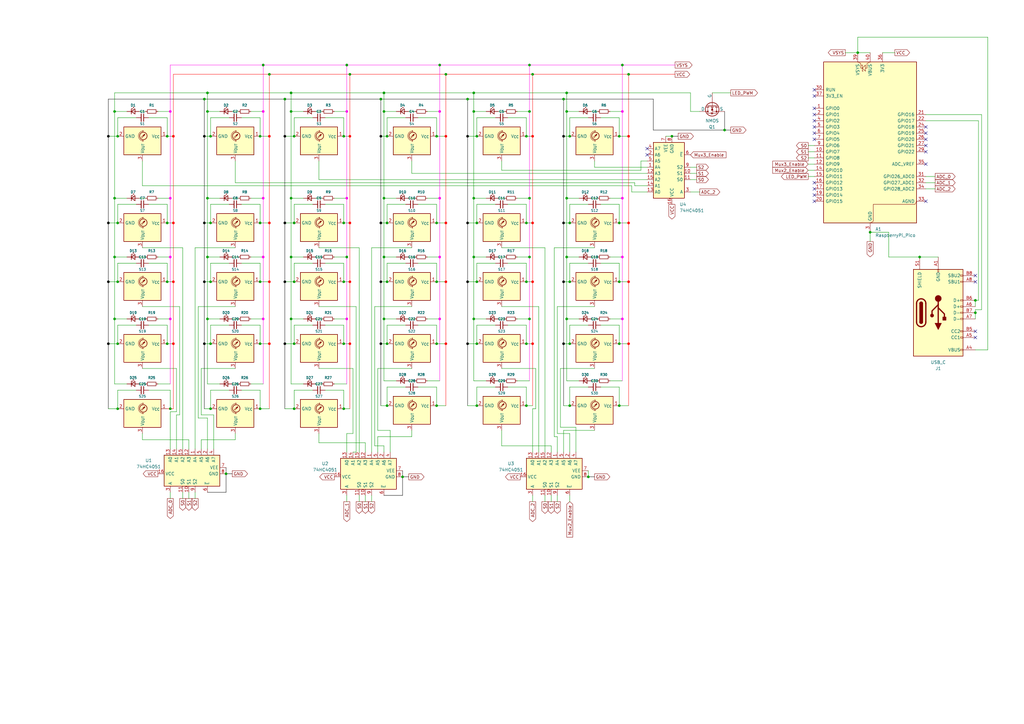
<source format=kicad_sch>
(kicad_sch (version 20250114) (generator "eeschema") (generator_version "9.0")
  (paper "A3")
  (junction (at 71.12 55.88) (color 255 0 0 1))
  (junction (at 68.58 140.97))
  (junction (at 156.21 115.57) (color 0 0 0 1))
  (junction (at 233.68 166.37))
  (junction (at 231.14 40.64))
  (junction (at 231.14 55.88) (color 0 0 0 1))
  (junction (at 119.38 45.72))
  (junction (at 351.79 21.59))
  (junction (at 179.07 91.44))
  (junction (at 217.17 81.28))
  (junction (at 194.31 38.1))
  (junction (at 156.21 55.88) (color 0 0 0 1))
  (junction (at 233.68 91.44))
  (junction (at 83.82 91.44) (color 0 0 0 1))
  (junction (at 158.75 166.37))
  (junction (at 179.07 140.97))
  (junction (at 71.12 91.44) (color 255 0 0 1))
  (junction (at 85.09 105.41))
  (junction (at 254 166.37))
  (junction (at 68.58 55.88))
  (junction (at 195.58 91.44))
  (junction (at 120.65 167.64))
  (junction (at 218.44 55.88) (color 255 0 0 1))
  (junction (at 254 91.44))
  (junction (at 255.27 26.67))
  (junction (at 116.84 40.64))
  (junction (at 119.38 130.81))
  (junction (at 46.99 81.28))
  (junction (at 107.95 45.72) (color 255 0 231 1))
  (junction (at 86.36 167.64))
  (junction (at 254 140.97))
  (junction (at 46.99 105.41))
  (junction (at 110.49 55.88) (color 255 0 0 1))
  (junction (at 86.36 140.97))
  (junction (at 157.48 45.72))
  (junction (at 120.65 91.44))
  (junction (at 191.77 140.97) (color 0 0 0 1))
  (junction (at 215.9 115.57))
  (junction (at 142.24 81.28) (color 255 0 231 1))
  (junction (at 257.81 55.88) (color 255 0 0 1))
  (junction (at 233.68 140.97))
  (junction (at 157.48 81.28))
  (junction (at 231.14 140.97) (color 0 0 0 1))
  (junction (at 69.85 45.72) (color 255 0 231 1))
  (junction (at 257.81 91.44) (color 255 0 0 1))
  (junction (at 106.68 140.97))
  (junction (at 69.85 81.28) (color 255 0 231 1))
  (junction (at 194.31 45.72))
  (junction (at 44.45 91.44) (color 0 0 0 1))
  (junction (at 180.34 105.41) (color 255 0 231 1))
  (junction (at 83.82 40.64))
  (junction (at 69.85 130.81) (color 255 0 231 1))
  (junction (at 120.65 140.97))
  (junction (at 255.27 81.28) (color 255 0 231 1))
  (junction (at 85.09 81.28))
  (junction (at 86.36 91.44))
  (junction (at 218.44 140.97) (color 255 0 0 1))
  (junction (at 232.41 81.28))
  (junction (at 231.14 115.57) (color 0 0 0 1))
  (junction (at 180.34 45.72) (color 255 0 231 1))
  (junction (at 71.12 140.97) (color 255 0 0 1))
  (junction (at 48.26 167.64))
  (junction (at 142.24 26.67))
  (junction (at 257.81 140.97) (color 255 0 0 1))
  (junction (at 85.09 38.1))
  (junction (at 48.26 115.57))
  (junction (at 179.07 166.37))
  (junction (at 44.45 55.88) (color 0 0 0 1))
  (junction (at 83.82 55.88) (color 0 0 0 1))
  (junction (at 119.38 105.41))
  (junction (at 106.68 167.64))
  (junction (at 142.24 105.41))
  (junction (at 215.9 140.97))
  (junction (at 195.58 166.37))
  (junction (at 48.26 55.88))
  (junction (at 68.58 91.44))
  (junction (at 232.41 105.41))
  (junction (at 143.51 91.44) (color 255 0 0 1))
  (junction (at 217.17 26.67))
  (junction (at 86.36 115.57))
  (junction (at 107.95 26.67))
  (junction (at 106.68 115.57))
  (junction (at 182.88 55.88) (color 255 0 0 1))
  (junction (at 179.07 55.88))
  (junction (at 356.87 95.25))
  (junction (at 116.84 91.44) (color 0 0 0 1))
  (junction (at 157.48 105.41))
  (junction (at 400.05 128.27))
  (junction (at 191.77 55.88) (color 0 0 0 1))
  (junction (at 142.24 130.81) (color 255 0 231 1))
  (junction (at 217.17 130.81))
  (junction (at 119.38 81.28))
  (junction (at 180.34 26.67))
  (junction (at 191.77 91.44) (color 0 0 0 1))
  (junction (at 254 55.88))
  (junction (at 215.9 166.37))
  (junction (at 275.59 55.88))
  (junction (at 182.88 115.57) (color 255 0 0 1))
  (junction (at 140.97 167.64))
  (junction (at 156.21 40.64))
  (junction (at 140.97 55.88))
  (junction (at 257.81 30.48))
  (junction (at 191.77 115.57) (color 0 0 0 1))
  (junction (at 69.85 105.41) (color 255 0 231 1))
  (junction (at 143.51 55.88) (color 255 0 0 1))
  (junction (at 215.9 91.44))
  (junction (at 106.68 55.88))
  (junction (at 46.99 45.72))
  (junction (at 110.49 115.57) (color 255 0 0 1))
  (junction (at 179.07 115.57))
  (junction (at 158.75 55.88))
  (junction (at 255.27 105.41) (color 255 0 231 1))
  (junction (at 218.44 30.48))
  (junction (at 92.71 194.31))
  (junction (at 257.81 115.57) (color 255 0 0 1))
  (junction (at 140.97 140.97))
  (junction (at 377.19 105.41))
  (junction (at 195.58 140.97))
  (junction (at 68.58 115.57))
  (junction (at 46.99 130.81))
  (junction (at 241.3 195.58))
  (junction (at 143.51 140.97) (color 255 0 0 1))
  (junction (at 69.85 167.64))
  (junction (at 116.84 55.88) (color 0 0 0 1))
  (junction (at 143.51 30.48))
  (junction (at 218.44 115.57) (color 255 0 0 1))
  (junction (at 297.18 53.34))
  (junction (at 119.38 38.1))
  (junction (at 157.48 130.81))
  (junction (at 140.97 115.57))
  (junction (at 232.41 38.1))
  (junction (at 142.24 45.72) (color 255 0 231 1))
  (junction (at 143.51 115.57) (color 255 0 0 1))
  (junction (at 194.31 105.41))
  (junction (at 195.58 115.57))
  (junction (at 182.88 91.44) (color 255 0 0 1))
  (junction (at 110.49 140.97) (color 255 0 0 1))
  (junction (at 231.14 91.44) (color 0 0 0 1))
  (junction (at 44.45 115.57) (color 0 0 0 1))
  (junction (at 158.75 91.44))
  (junction (at 400.05 123.19))
  (junction (at 110.49 91.44) (color 255 0 0 1))
  (junction (at 107.95 105.41) (color 255 0 231 1))
  (junction (at 107.95 130.81) (color 255 0 231 1))
  (junction (at 195.58 55.88))
  (junction (at 156.21 140.97) (color 0 0 0 1))
  (junction (at 217.17 45.72))
  (junction (at 191.77 40.64))
  (junction (at 158.75 115.57))
  (junction (at 254 115.57))
  (junction (at 233.68 115.57))
  (junction (at 232.41 130.81))
  (junction (at 182.88 140.97) (color 255 0 0 1))
  (junction (at 71.12 115.57) (color 255 0 0 1))
  (junction (at 48.26 91.44))
  (junction (at 120.65 55.88))
  (junction (at 217.17 105.41))
  (junction (at 215.9 55.88))
  (junction (at 83.82 115.57) (color 0 0 0 1))
  (junction (at 106.68 91.44))
  (junction (at 116.84 140.97) (color 0 0 0 1))
  (junction (at 44.45 140.97) (color 0 0 0 1))
  (junction (at 180.34 130.81) (color 255 0 231 1))
  (junction (at 255.27 130.81) (color 255 0 231 1))
  (junction (at 85.09 45.72))
  (junction (at 157.48 38.1))
  (junction (at 232.41 45.72))
  (junction (at 156.21 91.44) (color 0 0 0 1))
  (junction (at 140.97 91.44))
  (junction (at 233.68 55.88))
  (junction (at 48.26 140.97))
  (junction (at 158.75 140.97))
  (junction (at 194.31 81.28))
  (junction (at 218.44 91.44) (color 255 0 0 1))
  (junction (at 83.82 140.97) (color 0 0 0 1))
  (junction (at 182.88 30.48))
  (junction (at 107.95 81.28) (color 255 0 231 1))
  (junction (at 86.36 55.88))
  (junction (at 255.27 45.72) (color 255 0 231 1))
  (junction (at 194.31 130.81))
  (junction (at 165.1 195.58))
  (junction (at 180.34 81.28) (color 255 0 231 1))
  (junction (at 110.49 30.48))
  (junction (at 120.65 115.57))
  (junction (at 85.09 130.81))
  (junction (at 116.84 115.57) (color 0 0 0 1))
  (no_connect (at 334.01 74.93))
  (no_connect (at 379.73 82.55))
  (no_connect (at 265.43 63.5))
  (no_connect (at 334.01 80.01))
  (no_connect (at 334.01 82.55))
  (no_connect (at 379.73 57.15))
  (no_connect (at 334.01 39.37))
  (no_connect (at 379.73 59.69))
  (no_connect (at 334.01 49.53))
  (no_connect (at 400.05 135.89))
  (no_connect (at 334.01 54.61))
  (no_connect (at 334.01 46.99))
  (no_connect (at 334.01 57.15))
  (no_connect (at 400.05 113.03))
  (no_connect (at 334.01 77.47))
  (no_connect (at 334.01 44.45))
  (no_connect (at 379.73 67.31))
  (no_connect (at 379.73 62.23))
  (no_connect (at 400.05 138.43))
  (no_connect (at 400.05 115.57))
  (no_connect (at 334.01 52.07))
  (no_connect (at 265.43 60.96))
  (no_connect (at 379.73 52.07))
  (no_connect (at 379.73 54.61))
  (no_connect (at 334.01 36.83))
  (wire (pts (xy 228.6 185.42) (xy 228.6 179.07)))
  (wire (pts (xy 110.49 115.57) (xy 110.49 140.97)) (stroke (width 0) (color 255 0 0 1)))
  (wire (pts (xy 180.34 81.28) (xy 180.34 105.41)) (stroke (width 0) (color 255 0 231 1)))
  (wire (pts (xy 157.48 130.81) (xy 157.48 156.21)))
  (wire (pts (xy 152.4 203.2) (xy 152.4 205.74)))
  (wire (pts (xy 194.31 130.81) (xy 194.31 156.21)))
  (wire (pts (xy 154.94 151.13) (xy 168.91 151.13)))
  (wire (pts (xy 208.28 158.75) (xy 215.9 158.75)))
  (wire (pts (xy 80.01 101.6) (xy 80.01 184.15)))
  (wire (pts (xy 283.21 45.72) (xy 283.21 38.1)))
  (wire (pts (xy 194.31 105.41) (xy 199.39 105.41)))
  (wire (pts (xy 143.51 30.48) (xy 143.51 55.88)) (stroke (width 0) (color 255 0 0 1)))
  (wire (pts (xy 116.84 40.64) (xy 156.21 40.64)) (stroke (width 0) (color 0 0 0 1)))
  (wire (pts (xy 68.58 48.26) (xy 68.58 55.88)))
  (wire (pts (xy 179.07 107.95) (xy 179.07 115.57)))
  (wire (pts (xy 331.47 72.39) (xy 334.01 72.39)))
  (wire (pts (xy 179.07 55.88) (xy 182.88 55.88)))
  (wire (pts (xy 220.98 125.73) (xy 220.98 185.42)))
  (wire (pts (xy 255.27 81.28) (xy 255.27 105.41)) (stroke (width 0) (color 255 0 231 1)))
  (wire (pts (xy 68.58 83.82) (xy 68.58 91.44)))
  (wire (pts (xy 361.95 21.59) (xy 367.03 21.59)))
  (wire (pts (xy 60.96 83.82) (xy 68.58 83.82)))
  (wire (pts (xy 194.31 81.28) (xy 199.39 81.28)))
  (wire (pts (xy 205.74 125.73) (xy 220.98 125.73)))
  (wire (pts (xy 102.87 105.41) (xy 107.95 105.41)))
  (wire (pts (xy 262.89 69.85) (xy 262.89 66.04)))
  (wire (pts (xy 405.13 15.24) (xy 351.79 15.24)))
  (wire (pts (xy 212.09 81.28) (xy 217.17 81.28)))
  (wire (pts (xy 166.37 48.26) (xy 158.75 48.26)))
  (wire (pts (xy 152.4 101.6) (xy 152.4 185.42)))
  (wire (pts (xy 69.85 167.64) (xy 71.12 167.64)) (stroke (width 0) (color 255 0 0 1)))
  (wire (pts (xy 191.77 140.97) (xy 191.77 166.37)) (stroke (width 0) (color 0 0 0 1)))
  (wire (pts (xy 231.14 140.97) (xy 233.68 140.97)))
  (wire (pts (xy 77.47 180.34) (xy 58.42 180.34)))
  (wire (pts (xy 128.27 160.02) (xy 120.65 160.02)))
  (wire (pts (xy 212.09 156.21) (xy 217.17 156.21)))
  (wire (pts (xy 69.85 26.67) (xy 69.85 45.72)) (stroke (width 0) (color 255 0 231 1)))
  (wire (pts (xy 153.67 182.88) (xy 153.67 125.73)))
  (wire (pts (xy 142.24 81.28) (xy 142.24 105.41)) (stroke (width 0) (color 255 0 231 1)))
  (wire (pts (xy 92.71 194.31) (xy 92.71 201.93)) (stroke (width 0) (color 0 0 0 1)))
  (wire (pts (xy 265.43 71.12) (xy 168.91 71.12)))
  (wire (pts (xy 96.52 180.34) (xy 96.52 177.8)))
  (wire (pts (xy 182.88 30.48) (xy 218.44 30.48)) (stroke (width 0) (color 255 0 0 1)))
  (wire (pts (xy 168.91 71.12) (xy 168.91 66.04)))
  (wire (pts (xy 233.68 83.82) (xy 233.68 91.44)))
  (wire (pts (xy 106.68 167.64) (xy 110.49 167.64)))
  (wire (pts (xy 351.79 21.59) (xy 356.87 21.59)))
  (wire (pts (xy 133.35 107.95) (xy 140.97 107.95)))
  (wire (pts (xy 140.97 133.35) (xy 140.97 140.97)))
  (wire (pts (xy 246.38 48.26) (xy 254 48.26)))
  (wire (pts (xy 60.96 133.35) (xy 68.58 133.35)))
  (wire (pts (xy 120.65 83.82) (xy 120.65 91.44)))
  (wire (pts (xy 142.24 130.81) (xy 142.24 157.48)) (stroke (width 0) (color 255 0 231 1)))
  (wire (pts (xy 140.97 83.82) (xy 140.97 91.44)))
  (wire (pts (xy 232.41 38.1) (xy 232.41 45.72)))
  (wire (pts (xy 71.12 115.57) (xy 71.12 140.97)) (stroke (width 0) (color 255 0 0 1)))
  (wire (pts (xy 156.21 91.44) (xy 158.75 91.44)))
  (wire (pts (xy 165.1 195.58) (xy 167.64 195.58)) (stroke (width 0) (color 0 0 0 1)))
  (wire (pts (xy 236.22 185.42) (xy 236.22 175.26)))
  (wire (pts (xy 133.35 83.82) (xy 140.97 83.82)))
  (wire (pts (xy 95.25 105.41) (xy 97.79 105.41)))
  (wire (pts (xy 191.77 40.64) (xy 231.14 40.64)) (stroke (width 0) (color 0 0 0 1)))
  (wire (pts (xy 157.48 81.28) (xy 162.56 81.28)))
  (wire (pts (xy 71.12 30.48) (xy 71.12 55.88)) (stroke (width 0) (color 255 0 0 1)))
  (wire (pts (xy 140.97 115.57) (xy 143.51 115.57)))
  (wire (pts (xy 146.05 125.73) (xy 146.05 185.42)))
  (wire (pts (xy 180.34 26.67) (xy 217.17 26.67)) (stroke (width 0) (color 255 0 231 1)))
  (wire (pts (xy 400.05 143.51) (xy 405.13 143.51)))
  (wire (pts (xy 68.58 91.44) (xy 71.12 91.44)))
  (wire (pts (xy 267.97 40.64) (xy 267.97 53.34)) (stroke (width 0) (color 0 0 0 1)))
  (wire (pts (xy 191.77 91.44) (xy 191.77 115.57)) (stroke (width 0) (color 0 0 0 1)))
  (wire (pts (xy 166.37 133.35) (xy 158.75 133.35)))
  (wire (pts (xy 160.02 185.42) (xy 160.02 176.53)))
  (wire (pts (xy 57.15 157.48) (xy 59.69 157.48)))
  (wire (pts (xy 142.24 26.67) (xy 142.24 45.72)) (stroke (width 0) (color 255 0 231 1)))
  (wire (pts (xy 241.3 48.26) (xy 233.68 48.26)))
  (wire (pts (xy 130.81 73.66) (xy 130.81 66.04)))
  (wire (pts (xy 204.47 105.41) (xy 207.01 105.41)))
  (wire (pts (xy 44.45 140.97) (xy 44.45 167.64)) (stroke (width 0) (color 0 0 0 1)))
  (wire (pts (xy 158.75 83.82) (xy 158.75 91.44)))
  (wire (pts (xy 191.77 91.44) (xy 195.58 91.44)))
  (wire (pts (xy 208.28 107.95) (xy 215.9 107.95)))
  (wire (pts (xy 69.85 130.81) (xy 69.85 157.48)) (stroke (width 0) (color 255 0 231 1)))
  (wire (pts (xy 69.85 160.02) (xy 69.85 167.64)))
  (wire (pts (xy 228.6 179.07) (xy 227.33 179.07)))
  (wire (pts (xy 231.14 115.57) (xy 231.14 140.97)) (stroke (width 0) (color 0 0 0 1)))
  (wire (pts (xy 130.81 181.61) (xy 130.81 177.8)))
  (wire (pts (xy 334.01 64.77) (xy 331.47 64.77)))
  (wire (pts (xy 140.97 91.44) (xy 143.51 91.44)))
  (wire (pts (xy 223.52 203.2) (xy 223.52 205.74)))
  (wire (pts (xy 44.45 91.44) (xy 44.45 115.57)) (stroke (width 0) (color 0 0 0 1)))
  (wire (pts (xy 58.42 101.6) (xy 74.93 101.6)))
  (wire (pts (xy 153.67 125.73) (xy 168.91 125.73)))
  (wire (pts (xy 218.44 203.2) (xy 218.44 205.74)))
  (wire (pts (xy 71.12 55.88) (xy 71.12 91.44)) (stroke (width 0) (color 255 0 0 1)))
  (wire (pts (xy 149.86 185.42) (xy 149.86 181.61)))
  (wire (pts (xy 102.87 130.81) (xy 107.95 130.81)))
  (wire (pts (xy 147.32 101.6) (xy 130.81 101.6)))
  (wire (pts (xy 255.27 26.67) (xy 255.27 45.72)) (stroke (width 0) (color 255 0 231 1)))
  (wire (pts (xy 231.14 91.44) (xy 231.14 115.57)) (stroke (width 0) (color 0 0 0 1)))
  (wire (pts (xy 218.44 115.57) (xy 218.44 140.97)) (stroke (width 0) (color 255 0 0 1)))
  (wire (pts (xy 85.09 130.81) (xy 85.09 157.48)))
  (wire (pts (xy 85.09 81.28) (xy 85.09 105.41)))
  (wire (pts (xy 93.98 133.35) (xy 86.36 133.35)))
  (wire (pts (xy 180.34 130.81) (xy 180.34 156.21)) (stroke (width 0) (color 255 0 231 1)))
  (wire (pts (xy 143.51 55.88) (xy 143.51 91.44)) (stroke (width 0) (color 255 0 0 1)))
  (wire (pts (xy 119.38 130.81) (xy 119.38 157.48)))
  (wire (pts (xy 346.71 21.59) (xy 351.79 21.59)))
  (wire (pts (xy 351.79 15.24) (xy 351.79 21.59)))
  (wire (pts (xy 254 133.35) (xy 254 140.97)))
  (wire (pts (xy 69.85 105.41) (xy 69.85 130.81)) (stroke (width 0) (color 255 0 231 1)))
  (wire (pts (xy 68.58 55.88) (xy 71.12 55.88)))
  (wire (pts (xy 157.48 105.41) (xy 157.48 130.81)))
  (wire (pts (xy 83.82 40.64) (xy 116.84 40.64)) (stroke (width 0) (color 0 0 0 1)))
  (wire (pts (xy 364.49 105.41) (xy 364.49 95.25)))
  (wire (pts (xy 128.27 83.82) (xy 120.65 83.82)))
  (wire (pts (xy 69.85 168.91) (xy 72.39 168.91)))
  (wire (pts (xy 133.35 133.35) (xy 140.97 133.35)))
  (wire (pts (xy 116.84 115.57) (xy 116.84 140.97)) (stroke (width 0) (color 0 0 0 1)))
  (wire (pts (xy 116.84 167.64) (xy 120.65 167.64)))
  (wire (pts (xy 58.42 151.13) (xy 72.39 151.13)))
  (wire (pts (xy 208.28 83.82) (xy 215.9 83.82)))
  (wire (pts (xy 80.01 201.93) (xy 80.01 204.47)))
  (wire (pts (xy 194.31 130.81) (xy 199.39 130.81)))
  (wire (pts (xy 107.95 45.72) (xy 102.87 45.72)))
  (wire (pts (xy 168.91 179.07) (xy 168.91 176.53)))
  (wire (pts (xy 257.81 91.44) (xy 257.81 115.57)) (stroke (width 0) (color 255 0 0 1)))
  (wire (pts (xy 203.2 158.75) (xy 195.58 158.75)))
  (wire (pts (xy 231.14 166.37) (xy 233.68 166.37)))
  (wire (pts (xy 87.63 184.15) (xy 87.63 170.18)))
  (wire (pts (xy 364.49 95.25) (xy 356.87 95.25)))
  (wire (pts (xy 175.26 45.72) (xy 180.34 45.72)))
  (wire (pts (xy 171.45 133.35) (xy 179.07 133.35)))
  (wire (pts (xy 157.48 38.1) (xy 194.31 38.1)))
  (wire (pts (xy 233.68 107.95) (xy 233.68 115.57)))
  (wire (pts (xy 44.45 55.88) (xy 44.45 91.44)) (stroke (width 0) (color 0 0 0 1)))
  (wire (pts (xy 166.37 107.95) (xy 158.75 107.95)))
  (wire (pts (xy 217.17 105.41) (xy 217.17 130.81)) (stroke (width 0) (color 255 0 231 1)))
  (wire (pts (xy 167.64 81.28) (xy 170.18 81.28)))
  (wire (pts (xy 254 115.57) (xy 257.81 115.57)))
  (wire (pts (xy 120.65 48.26) (xy 120.65 55.88)))
  (wire (pts (xy 384.81 105.41) (xy 377.19 105.41)))
  (wire (pts (xy 157.48 45.72) (xy 157.48 81.28)))
  (wire (pts (xy 48.26 83.82) (xy 48.26 91.44)))
  (wire (pts (xy 110.49 91.44) (xy 110.49 115.57)) (stroke (width 0) (color 255 0 0 1)))
  (wire (pts (xy 283.21 73.66) (xy 285.75 73.66)))
  (wire (pts (xy 194.31 38.1) (xy 194.31 45.72)))
  (wire (pts (xy 208.28 133.35) (xy 215.9 133.35)))
  (wire (pts (xy 231.14 40.64) (xy 267.97 40.64)) (stroke (width 0) (color 0 0 0 1)))
  (wire (pts (xy 158.75 133.35) (xy 158.75 140.97)))
  (wire (pts (xy 242.57 45.72) (xy 245.11 45.72)))
  (wire (pts (xy 179.07 140.97) (xy 182.88 140.97)))
  (wire (pts (xy 140.97 140.97) (xy 143.51 140.97)))
  (wire (pts (xy 219.71 167.64) (xy 218.44 167.64)))
  (wire (pts (xy 250.19 81.28) (xy 255.27 81.28)))
  (wire (pts (xy 242.57 105.41) (xy 245.11 105.41)))
  (wire (pts (xy 69.85 201.93) (xy 69.85 204.47)))
  (wire (pts (xy 231.14 115.57) (xy 233.68 115.57)))
  (wire (pts (xy 233.68 158.75) (xy 233.68 166.37)))
  (wire (pts (xy 243.84 68.58) (xy 243.84 66.04)))
  (wire (pts (xy 175.26 105.41) (xy 180.34 105.41)))
  (wire (pts (xy 106.68 83.82) (xy 106.68 91.44)))
  (wire (pts (xy 83.82 55.88) (xy 83.82 91.44)) (stroke (width 0) (color 0 0 0 1)))
  (wire (pts (xy 81.28 125.73) (xy 96.52 125.73)))
  (wire (pts (xy 71.12 140.97) (xy 71.12 167.64)) (stroke (width 0) (color 255 0 0 1)))
  (wire (pts (xy 257.81 30.48) (xy 276.86 30.48)) (stroke (width 0) (color 255 0 0 1)))
  (wire (pts (xy 232.41 130.81) (xy 237.49 130.81)))
  (wire (pts (xy 68.58 133.35) (xy 68.58 140.97)))
  (wire (pts (xy 129.54 157.48) (xy 132.08 157.48)))
  (wire (pts (xy 331.47 69.85) (xy 334.01 69.85)))
  (wire (pts (xy 205.74 182.88) (xy 205.74 176.53)))
  (wire (pts (xy 257.81 30.48) (xy 257.81 55.88)) (stroke (width 0) (color 255 0 0 1)))
  (wire (pts (xy 229.87 175.26) (xy 229.87 151.13)))
  (wire (pts (xy 120.65 160.02) (xy 120.65 167.64)))
  (wire (pts (xy 236.22 175.26) (xy 229.87 175.26)))
  (wire (pts (xy 215.9 166.37) (xy 218.44 166.37)))
  (wire (pts (xy 179.07 115.57) (xy 182.88 115.57)))
  (wire (pts (xy 92.71 194.31) (xy 95.25 194.31)) (stroke (width 0) (color 0 0 0 1)))
  (wire (pts (xy 92.71 201.93) (xy 85.09 201.93)) (stroke (width 0) (color 0 0 0 1)))
  (wire (pts (xy 143.51 140.97) (xy 143.51 167.64)) (stroke (width 0) (color 255 0 0 1)))
  (wire (pts (xy 195.58 133.35) (xy 195.58 140.97)))
  (wire (pts (xy 203.2 48.26) (xy 195.58 48.26)))
  (wire (pts (xy 179.07 158.75) (xy 179.07 166.37)))
  (wire (pts (xy 83.82 40.64) (xy 83.82 55.88)) (stroke (width 0) (color 0 0 0 1)))
  (wire (pts (xy 99.06 160.02) (xy 106.68 160.02)))
  (wire (pts (xy 246.38 107.95) (xy 254 107.95)))
  (wire (pts (xy 250.19 156.21) (xy 255.27 156.21)))
  (wire (pts (xy 102.87 81.28) (xy 107.95 81.28)))
  (wire (pts (xy 69.85 81.28) (xy 69.85 105.41)) (stroke (width 0) (color 255 0 231 1)))
  (wire (pts (xy 241.3 83.82) (xy 233.68 83.82)))
  (wire (pts (xy 69.85 45.72) (xy 69.85 81.28)) (stroke (width 0) (color 255 0 231 1)))
  (wire (pts (xy 233.68 205.74) (xy 233.68 203.2)))
  (wire (pts (xy 157.48 130.81) (xy 162.56 130.81)))
  (wire (pts (xy 165.1 193.04) (xy 165.1 195.58)) (stroke (width 0) (color 0 0 0 1)))
  (wire (pts (xy 297.18 53.34) (xy 297.18 45.72)) (stroke (width 0) (color 0 0 0 1)))
  (wire (pts (xy 223.52 101.6) (xy 223.52 185.42)))
  (wire (pts (xy 58.42 180.34) (xy 58.42 177.8)))
  (wire (pts (xy 46.99 38.1) (xy 85.09 38.1)))
  (wire (pts (xy 215.9 133.35) (xy 215.9 140.97)))
  (wire (pts (xy 255.27 26.67) (xy 276.86 26.67)) (stroke (width 0) (color 255 0 231 1)))
  (wire (pts (xy 167.64 105.41) (xy 170.18 105.41)))
  (wire (pts (xy 377.19 105.41) (xy 364.49 105.41)))
  (wire (pts (xy 140.97 55.88) (xy 143.51 55.88)))
  (wire (pts (xy 255.27 45.72) (xy 250.19 45.72)))
  (wire (pts (xy 93.98 160.02) (xy 86.36 160.02)))
  (wire (pts (xy 194.31 156.21) (xy 199.39 156.21)))
  (wire (pts (xy 166.37 83.82) (xy 158.75 83.82)))
  (wire (pts (xy 401.32 49.53) (xy 401.32 123.19)))
  (wire (pts (xy 179.07 83.82) (xy 179.07 91.44)))
  (wire (pts (xy 64.77 157.48) (xy 69.85 157.48)))
  (wire (pts (xy 95.25 157.48) (xy 97.79 157.48)))
  (wire (pts (xy 191.77 115.57) (xy 191.77 140.97)) (stroke (width 0) (color 0 0 0 1)))
  (wire (pts (xy 44.45 55.88) (xy 48.26 55.88)))
  (wire (pts (xy 99.06 133.35) (xy 106.68 133.35)))
  (wire (pts (xy 232.41 45.72) (xy 232.41 81.28)))
  (wire (pts (xy 129.54 45.72) (xy 132.08 45.72)))
  (wire (pts (xy 154.94 179.07) (xy 168.91 179.07)))
  (wire (pts (xy 149.86 203.2) (xy 149.86 205.74)))
  (wire (pts (xy 231.14 40.64) (xy 231.14 55.88)) (stroke (width 0) (color 0 0 0 1)))
  (wire (pts (xy 68.58 167.64) (xy 69.85 167.64)) (stroke (width 0) (color 255 0 0 1)))
  (wire (pts (xy 401.32 123.19) (xy 400.05 123.19)))
  (wire (pts (xy 223.52 101.6) (xy 205.74 101.6)))
  (wire (pts (xy 175.26 81.28) (xy 180.34 81.28)))
  (wire (pts (xy 55.88 83.82) (xy 48.26 83.82)))
  (wire (pts (xy 116.84 55.88) (xy 116.84 91.44)) (stroke (width 0) (color 0 0 0 1)))
  (wire (pts (xy 165.1 195.58) (xy 165.1 203.2)) (stroke (width 0) (color 0 0 0 1)))
  (wire (pts (xy 379.73 72.39) (xy 383.54 72.39)))
  (wire (pts (xy 179.07 166.37) (xy 182.88 166.37)))
  (wire (pts (xy 83.82 55.88) (xy 86.36 55.88)))
  (wire (pts (xy 142.24 26.67) (xy 180.34 26.67)) (stroke (width 0) (color 255 0 231 1)))
  (wire (pts (xy 191.77 55.88) (xy 195.58 55.88)))
  (wire (pts (xy 356.87 95.25) (xy 356.87 99.06)))
  (wire (pts (xy 254 83.82) (xy 254 91.44)))
  (wire (pts (xy 265.43 73.66) (xy 130.81 73.66)))
  (wire (pts (xy 119.38 81.28) (xy 119.38 105.41)))
  (wire (pts (xy 116.84 115.57) (xy 120.65 115.57)))
  (wire (pts (xy 273.05 55.88) (xy 275.59 55.88)))
  (wire (pts (xy 140.97 167.64) (xy 143.51 167.64)))
  (wire (pts (xy 215.9 158.75) (xy 215.9 166.37)))
  (wire (pts (xy 228.6 203.2) (xy 228.6 205.74)))
  (wire (pts (xy 44.45 140.97) (xy 48.26 140.97)))
  (wire (pts (xy 95.25 81.28) (xy 97.79 81.28)))
  (wire (pts (xy 130.81 125.73) (xy 146.05 125.73)))
  (wire (pts (xy 229.87 151.13) (xy 243.84 151.13)))
  (wire (pts (xy 68.58 107.95) (xy 68.58 115.57)))
  (wire (pts (xy 205.74 69.85) (xy 262.89 69.85)))
  (wire (pts (xy 246.38 133.35) (xy 254 133.35)))
  (wire (pts (xy 254 158.75) (xy 254 166.37)))
  (wire (pts (xy 167.64 45.72) (xy 170.18 45.72)))
  (wire (pts (xy 217.17 26.67) (xy 255.27 26.67)) (stroke (width 0) (color 255 0 231 1)))
  (wire (pts (xy 55.88 48.26) (xy 48.26 48.26)))
  (wire (pts (xy 72.39 170.18) (xy 73.66 170.18)))
  (wire (pts (xy 175.26 156.21) (xy 180.34 156.21)))
  (wire (pts (xy 334.01 59.69) (xy 331.47 59.69)))
  (wire (pts (xy 154.94 179.07) (xy 154.94 185.42)))
  (wire (pts (xy 156.21 140.97) (xy 156.21 166.37)) (stroke (width 0) (color 0 0 0 1)))
  (wire (pts (xy 160.02 176.53) (xy 154.94 176.53)))
  (wire (pts (xy 257.81 55.88) (xy 257.81 91.44)) (stroke (width 0) (color 255 0 0 1)))
  (wire (pts (xy 60.96 48.26) (xy 68.58 48.26)))
  (wire (pts (xy 85.09 105.41) (xy 90.17 105.41)))
  (wire (pts (xy 83.82 115.57) (xy 83.82 140.97)) (stroke (width 0) (color 0 0 0 1)))
  (wire (pts (xy 182.88 30.48) (xy 182.88 55.88)) (stroke (width 0) (color 255 0 0 1)))
  (wire (pts (xy 107.95 105.41) (xy 107.95 130.81)) (stroke (width 0) (color 255 0 231 1)))
  (wire (pts (xy 265.43 78.74) (xy 259.08 78.74)))
  (wire (pts (xy 195.58 158.75) (xy 195.58 166.37)))
  (wire (pts (xy 129.54 81.28) (xy 132.08 81.28)))
  (wire (pts (xy 137.16 105.41) (xy 142.24 105.41)))
  (wire (pts (xy 130.81 151.13) (xy 144.78 151.13)))
  (wire (pts (xy 144.78 177.8) (xy 144.78 151.13)))
  (wire (pts (xy 259.08 76.2) (xy 58.42 76.2)))
  (wire (pts (xy 405.13 143.51) (xy 405.13 15.24)))
  (wire (pts (xy 96.52 151.13) (xy 82.55 151.13)))
  (wire (pts (xy 215.9 107.95) (xy 215.9 115.57)))
  (wire (pts (xy 85.09 171.45) (xy 81.28 171.45)))
  (wire (pts (xy 93.98 107.95) (xy 86.36 107.95)))
  (wire (pts (xy 218.44 30.48) (xy 218.44 55.88)) (stroke (width 0) (color 255 0 0 1)))
  (wire (pts (xy 233.68 133.35) (xy 233.68 140.97)))
  (wire (pts (xy 116.84 55.88) (xy 120.65 55.88)))
  (wire (pts (xy 129.54 105.41) (xy 132.08 105.41)))
  (wire (pts (xy 241.3 158.75) (xy 233.68 158.75)))
  (wire (pts (xy 191.77 166.37) (xy 195.58 166.37)))
  (wire (pts (xy 227.33 101.6) (xy 243.84 101.6)))
  (wire (pts (xy 217.17 130.81) (xy 217.17 156.21)) (stroke (width 0) (color 255 0 231 1)))
  (wire (pts (xy 241.3 133.35) (xy 233.68 133.35)))
  (wire (pts (xy 95.25 130.81) (xy 97.79 130.81)))
  (wire (pts (xy 143.51 91.44) (xy 143.51 115.57)) (stroke (width 0) (color 255 0 0 1)))
  (wire (pts (xy 194.31 105.41) (xy 194.31 130.81)))
  (wire (pts (xy 194.31 81.28) (xy 194.31 105.41)))
  (wire (pts (xy 64.77 130.81) (xy 69.85 130.81)))
  (wire (pts (xy 107.95 130.81) (xy 107.95 157.48)) (stroke (width 0) (color 255 0 231 1)))
  (wire (pts (xy 254 140.97) (xy 257.81 140.97)))
  (wire (pts (xy 401.32 49.53) (xy 379.73 49.53)))
  (wire (pts (xy 156.21 55.88) (xy 158.75 55.88)))
  (wire (pts (xy 215.9 83.82) (xy 215.9 91.44)))
  (wire (pts (xy 83.82 140.97) (xy 83.82 167.64)) (stroke (width 0) (color 0 0 0 1)))
  (wire (pts (xy 60.96 107.95) (xy 68.58 107.95)))
  (wire (pts (xy 259.08 78.74) (xy 259.08 76.2)))
  (wire (pts (xy 106.68 48.26) (xy 106.68 55.88)))
  (wire (pts (xy 128.27 133.35) (xy 120.65 133.35)))
  (wire (pts (xy 142.24 45.72) (xy 142.24 81.28)) (stroke (width 0) (color 255 0 231 1)))
  (wire (pts (xy 107.95 26.67) (xy 142.24 26.67)) (stroke (width 0) (color 255 0 231 1)))
  (wire (pts (xy 162.56 45.72) (xy 157.48 45.72)))
  (wire (pts (xy 232.41 81.28) (xy 232.41 105.41)))
  (wire (pts (xy 110.49 55.88) (xy 110.49 91.44)) (stroke (width 0) (color 255 0 0 1)))
  (wire (pts (xy 93.98 48.26) (xy 86.36 48.26)))
  (wire (pts (xy 283.21 45.72) (xy 287.02 45.72)))
  (wire (pts (xy 204.47 81.28) (xy 207.01 81.28)))
  (wire (pts (xy 116.84 140.97) (xy 116.84 167.64)) (stroke (width 0) (color 0 0 0 1)))
  (wire (pts (xy 156.21 140.97) (xy 158.75 140.97)))
  (wire (pts (xy 107.95 81.28) (xy 107.95 105.41)) (stroke (width 0) (color 255 0 231 1)))
  (wire (pts (xy 57.15 130.81) (xy 59.69 130.81)))
  (wire (pts (xy 255.27 45.72) (xy 255.27 81.28)) (stroke (width 0) (color 255 0 231 1)))
  (wire (pts (xy 231.14 140.97) (xy 231.14 166.37)) (stroke (width 0) (color 0 0 0 1)))
  (wire (pts (xy 158.75 107.95) (xy 158.75 115.57)))
  (wire (pts (xy 77.47 184.15) (xy 77.47 180.34)))
  (wire (pts (xy 137.16 130.81) (xy 142.24 130.81)))
  (wire (pts (xy 199.39 45.72) (xy 194.31 45.72)))
  (wire (pts (xy 83.82 115.57) (xy 86.36 115.57)))
  (wire (pts (xy 82.55 170.18) (xy 82.55 151.13)))
  (wire (pts (xy 82.55 184.15) (xy 82.55 180.34)))
  (wire (pts (xy 231.14 55.88) (xy 233.68 55.88)))
  (wire (pts (xy 218.44 55.88) (xy 218.44 91.44)) (stroke (width 0) (color 255 0 0 1)))
  (wire (pts (xy 215.9 115.57) (xy 218.44 115.57)))
  (wire (pts (xy 241.3 193.04) (xy 241.3 195.58)))
  (wire (pts (xy 82.55 180.34) (xy 96.52 180.34)))
  (wire (pts (xy 99.06 107.95) (xy 106.68 107.95)))
  (wire (pts (xy 85.09 81.28) (xy 90.17 81.28)))
  (wire (pts (xy 156.21 115.57) (xy 156.21 140.97)) (stroke (width 0) (color 0 0 0 1)))
  (wire (pts (xy 194.31 38.1) (xy 232.41 38.1)))
  (wire (pts (xy 179.07 48.26) (xy 179.07 55.88)))
  (wire (pts (xy 242.57 156.21) (xy 245.11 156.21)))
  (wire (pts (xy 96.52 101.6) (xy 80.01 101.6)))
  (wire (pts (xy 254 166.37) (xy 257.81 166.37)))
  (wire (pts (xy 69.85 26.67) (xy 107.95 26.67)) (stroke (width 0) (color 255 0 231 1)))
  (wire (pts (xy 124.46 45.72) (xy 119.38 45.72)))
  (wire (pts (xy 260.35 76.2) (xy 260.35 74.93)))
  (wire (pts (xy 99.06 83.82) (xy 106.68 83.82)))
  (wire (pts (xy 208.28 48.26) (xy 215.9 48.26)))
  (wire (pts (xy 64.77 81.28) (xy 69.85 81.28)))
  (wire (pts (xy 180.34 45.72) (xy 180.34 81.28)) (stroke (width 0) (color 255 0 231 1)))
  (wire (pts (xy 72.39 184.15) (xy 72.39 170.18)))
  (wire (pts (xy 119.38 105.41) (xy 119.38 130.81)))
  (wire (pts (xy 46.99 105.41) (xy 52.07 105.41)))
  (wire (pts (xy 106.68 107.95) (xy 106.68 115.57)))
  (wire (pts (xy 204.47 45.72) (xy 207.01 45.72)))
  (wire (pts (xy 102.87 157.48) (xy 107.95 157.48)))
  (wire (pts (xy 267.97 53.34) (xy 297.18 53.34)) (stroke (width 0) (color 0 0 0 1)))
  (wire (pts (xy 116.84 140.97) (xy 120.65 140.97)))
  (wire (pts (xy 232.41 156.21) (xy 237.49 156.21)))
  (wire (pts (xy 241.3 195.58) (xy 243.84 195.58)) (stroke (width 0) (color 0 0 0 1)))
  (wire (pts (xy 400.05 130.81) (xy 400.05 128.27)))
  (wire (pts (xy 46.99 130.81) (xy 46.99 157.48)))
  (wire (pts (xy 92.71 191.77) (xy 92.71 194.31)) (stroke (width 0) (color 0 0 0 1)))
  (wire (pts (xy 400.05 125.73) (xy 400.05 123.19)))
  (wire (pts (xy 71.12 91.44) (xy 71.12 115.57)) (stroke (width 0) (color 255 0 0 1)))
  (wire (pts (xy 137.16 81.28) (xy 142.24 81.28)))
  (wire (pts (xy 120.65 133.35) (xy 120.65 140.97)))
  (wire (pts (xy 90.17 45.72) (xy 85.09 45.72)))
  (wire (pts (xy 137.16 157.48) (xy 142.24 157.48)))
  (wire (pts (xy 227.33 101.6) (xy 227.33 179.07)))
  (wire (pts (xy 68.58 140.97) (xy 71.12 140.97)))
  (wire (pts (xy 334.01 62.23) (xy 331.47 62.23)))
  (wire (pts (xy 242.57 81.28) (xy 245.11 81.28)))
  (wire (pts (xy 44.45 40.64) (xy 44.45 55.88)) (stroke (width 0) (color 0 0 0 1)))
  (wire (pts (xy 218.44 167.64) (xy 218.44 185.42)))
  (wire (pts (xy 218.44 140.97) (xy 218.44 166.37)) (stroke (width 0) (color 255 0 0 1)))
  (wire (pts (xy 140.97 107.95) (xy 140.97 115.57)))
  (wire (pts (xy 226.06 185.42) (xy 226.06 182.88)))
  (wire (pts (xy 86.36 160.02) (xy 86.36 167.64)))
  (wire (pts (xy 68.58 115.57) (xy 71.12 115.57)))
  (wire (pts (xy 156.21 166.37) (xy 158.75 166.37)))
  (wire (pts (xy 246.38 158.75) (xy 254 158.75)))
  (wire (pts (xy 133.35 48.26) (xy 140.97 48.26)))
  (wire (pts (xy 283.21 71.12) (xy 285.75 71.12)))
  (wire (pts (xy 156.21 91.44) (xy 156.21 115.57)) (stroke (width 0) (color 0 0 0 1)))
  (wire (pts (xy 44.45 115.57) (xy 48.26 115.57)))
  (wire (pts (xy 74.93 101.6) (xy 74.93 184.15)))
  (wire (pts (xy 237.49 45.72) (xy 232.41 45.72)))
  (wire (pts (xy 74.93 201.93) (xy 74.93 204.47)))
  (wire (pts (xy 46.99 157.48) (xy 52.07 157.48)))
  (wire (pts (xy 171.45 158.75) (xy 179.07 158.75)))
  (wire (pts (xy 110.49 30.48) (xy 110.49 55.88)) (stroke (width 0) (color 255 0 0 1)))
  (wire (pts (xy 156.21 115.57) (xy 158.75 115.57)))
  (wire (pts (xy 250.19 105.41) (xy 255.27 105.41)))
  (wire (pts (xy 175.26 130.81) (xy 180.34 130.81)))
  (wire (pts (xy 142.24 177.8) (xy 142.24 185.42)))
  (wire (pts (xy 46.99 38.1) (xy 46.99 45.72)))
  (wire (pts (xy 179.07 91.44) (xy 182.88 91.44)))
  (wire (pts (xy 243.84 125.73) (xy 228.6 125.73)))
  (wire (pts (xy 212.09 130.81) (xy 217.17 130.81)))
  (wire (pts (xy 143.51 115.57) (xy 143.51 140.97)) (stroke (width 0) (color 255 0 0 1)))
  (wire (pts (xy 86.36 133.35) (xy 86.36 140.97)))
  (wire (pts (xy 106.68 115.57) (xy 110.49 115.57)))
  (wire (pts (xy 55.88 107.95) (xy 48.26 107.95)))
  (wire (pts (xy 156.21 55.88) (xy 156.21 91.44)) (stroke (width 0) (color 0 0 0 1)))
  (wire (pts (xy 157.48 156.21) (xy 162.56 156.21)))
  (wire (pts (xy 182.88 91.44) (xy 182.88 115.57)) (stroke (width 0) (color 255 0 0 1)))
  (wire (pts (xy 402.59 46.99) (xy 379.73 46.99)))
  (wire (pts (xy 55.88 160.02) (xy 48.26 160.02)))
  (wire (pts (xy 86.36 83.82) (xy 86.36 91.44)))
  (wire (pts (xy 217.17 45.72) (xy 217.17 81.28)) (stroke (width 0) (color 255 0 231 1)))
  (wire (pts (xy 143.51 30.48) (xy 182.88 30.48)) (stroke (width 0) (color 255 0 0 1)))
  (wire (pts (xy 179.07 133.35) (xy 179.07 140.97)))
  (wire (pts (xy 64.77 105.41) (xy 69.85 105.41)))
  (wire (pts (xy 226.06 203.2) (xy 226.06 205.74)))
  (wire (pts (xy 44.45 40.64) (xy 83.82 40.64)) (stroke (width 0) (color 0 0 0 1)))
  (wire (pts (xy 106.68 55.88) (xy 110.49 55.88)))
  (wire (pts (xy 129.54 130.81) (xy 132.08 130.81)))
  (wire (pts (xy 379.73 77.47) (xy 383.54 77.47)))
  (wire (pts (xy 254 55.88) (xy 257.81 55.88)))
  (wire (pts (xy 119.38 105.41) (xy 124.46 105.41)))
  (wire (pts (xy 81.28 171.45) (xy 81.28 125.73)))
  (wire (pts (xy 180.34 105.41) (xy 180.34 130.81)) (stroke (width 0) (color 255 0 231 1)))
  (wire (pts (xy 44.45 115.57) (xy 44.45 140.97)) (stroke (width 0) (color 0 0 0 1)))
  (wire (pts (xy 153.67 182.88) (xy 157.48 182.88)))
  (wire (pts (xy 233.68 48.26) (xy 233.68 55.88)))
  (wire (pts (xy 254 91.44) (xy 257.81 91.44)))
  (wire (pts (xy 180.34 26.67) (xy 180.34 45.72)) (stroke (width 0) (color 255 0 231 1)))
  (wire (pts (xy 195.58 107.95) (xy 195.58 115.57)))
  (wire (pts (xy 133.35 160.02) (xy 140.97 160.02)))
  (wire (pts (xy 194.31 45.72) (xy 194.31 81.28)))
  (wire (pts (xy 119.38 38.1) (xy 157.48 38.1)))
  (wire (pts (xy 87.63 170.18) (xy 82.55 170.18)))
  (wire (pts (xy 120.65 107.95) (xy 120.65 115.57)))
  (wire (pts (xy 44.45 167.64) (xy 48.26 167.64)))
  (wire (pts (xy 232.41 130.81) (xy 232.41 156.21)))
  (wire (pts (xy 95.25 45.72) (xy 97.79 45.72)))
  (wire (pts (xy 171.45 83.82) (xy 179.07 83.82)))
  (wire (pts (xy 107.95 26.67) (xy 107.95 45.72)) (stroke (width 0) (color 255 0 231 1)))
  (wire (pts (xy 182.88 140.97) (xy 182.88 166.37)) (stroke (width 0) (color 255 0 0 1)))
  (wire (pts (xy 96.52 74.93) (xy 96.52 66.04)))
  (wire (pts (xy 158.75 48.26) (xy 158.75 55.88)))
  (wire (pts (xy 72.39 151.13) (xy 72.39 168.91)))
  (wire (pts (xy 106.68 91.44) (xy 110.49 91.44)))
  (wire (pts (xy 60.96 160.02) (xy 69.85 160.02)))
  (wire (pts (xy 128.27 107.95) (xy 120.65 107.95)))
  (wire (pts (xy 46.99 81.28) (xy 52.07 81.28)))
  (wire (pts (xy 232.41 38.1) (xy 283.21 38.1)))
  (wire (pts (xy 116.84 40.64) (xy 116.84 55.88)) (stroke (width 0) (color 0 0 0 1)))
  (wire (pts (xy 142.24 203.2) (xy 142.24 205.74)))
  (wire (pts (xy 71.12 30.48) (xy 110.49 30.48)) (stroke (width 0) (color 255 0 0 1)))
  (wire (pts (xy 215.9 140.97) (xy 218.44 140.97)))
  (wire (pts (xy 147.32 203.2) (xy 147.32 205.74)))
  (wire (pts (xy 212.09 105.41) (xy 217.17 105.41)))
  (wire (pts (xy 157.48 105.41) (xy 162.56 105.41)))
  (wire (pts (xy 203.2 83.82) (xy 195.58 83.82)))
  (wire (pts (xy 48.26 160.02) (xy 48.26 167.64)))
  (wire (pts (xy 297.18 53.34) (xy 299.72 53.34)) (stroke (width 0) (color 0 0 0 1)))
  (wire (pts (xy 69.85 45.72) (xy 64.77 45.72)))
  (wire (pts (xy 257.81 115.57) (xy 257.81 140.97)) (stroke (width 0) (color 255 0 0 1)))
  (wire (pts (xy 99.06 48.26) (xy 106.68 48.26)))
  (wire (pts (xy 157.48 182.88) (xy 157.48 185.42)))
  (wire (pts (xy 217.17 26.67) (xy 217.17 45.72)) (stroke (width 0) (color 255 0 231 1)))
  (wire (pts (xy 166.37 158.75) (xy 158.75 158.75)))
  (wire (pts (xy 255.27 130.81) (xy 255.27 156.21)) (stroke (width 0) (color 255 0 231 1)))
  (wire (pts (xy 85.09 130.81) (xy 90.17 130.81)))
  (wire (pts (xy 219.71 151.13) (xy 219.71 167.64)))
  (wire (pts (xy 233.68 177.8) (xy 228.6 177.8)))
  (wire (pts (xy 147.32 101.6) (xy 147.32 185.42)))
  (wire (pts (xy 85.09 157.48) (xy 90.17 157.48)))
  (wire (pts (xy 110.49 30.48) (xy 143.51 30.48)) (stroke (width 0) (color 255 0 0 1)))
  (wire (pts (xy 85.09 38.1) (xy 85.09 45.72)))
  (wire (pts (xy 205.74 151.13) (xy 219.71 151.13)))
  (wire (pts (xy 217.17 81.28) (xy 217.17 105.41)) (stroke (width 0) (color 255 0 231 1)))
  (wire (pts (xy 55.88 133.35) (xy 48.26 133.35)))
  (wire (pts (xy 57.15 105.41) (xy 59.69 105.41)))
  (wire (pts (xy 228.6 177.8) (xy 228.6 125.73)))
  (wire (pts (xy 48.26 107.95) (xy 48.26 115.57)))
  (wire (pts (xy 241.3 107.95) (xy 233.68 107.95)))
  (wire (pts (xy 140.97 48.26) (xy 140.97 55.88)))
  (wire (pts (xy 86.36 48.26) (xy 86.36 55.88)))
  (wire (pts (xy 77.47 201.93) (xy 77.47 204.47)))
  (wire (pts (xy 69.85 184.15) (xy 69.85 168.91)))
  (wire (pts (xy 400.05 127) (xy 402.59 127)))
  (wire (pts (xy 402.59 127) (xy 402.59 46.99)))
  (wire (pts (xy 254 107.95) (xy 254 115.57)))
  (wire (pts (xy 205.74 66.04) (xy 205.74 69.85)))
  (wire (pts (xy 379.73 74.93) (xy 383.54 74.93)))
  (wire (pts (xy 254 48.26) (xy 254 55.88)))
  (wire (pts (xy 212.09 45.72) (xy 217.17 45.72)))
  (wire (pts (xy 106.68 160.02) (xy 106.68 167.64)))
  (wire (pts (xy 57.15 45.72) (xy 59.69 45.72)))
  (wire (pts (xy 283.21 78.74) (xy 287.02 78.74)))
  (wire (pts (xy 119.38 81.28) (xy 124.46 81.28)))
  (wire (pts (xy 142.24 177.8) (xy 144.78 177.8)))
  (wire (pts (xy 85.09 105.41) (xy 85.09 130.81)))
  (wire (pts (xy 110.49 140.97) (xy 110.49 167.64)) (stroke (width 0) (color 255 0 0 1)))
  (wire (pts (xy 168.91 101.6) (xy 152.4 101.6)))
  (wire (pts (xy 58.42 125.73) (xy 73.66 125.73)))
  (wire (pts (xy 204.47 130.81) (xy 207.01 130.81)))
  (wire (pts (xy 250.19 130.81) (xy 255.27 130.81)))
  (wire (pts (xy 83.82 140.97) (xy 86.36 140.97)))
  (wire (pts (xy 260.35 74.93) (xy 96.52 74.93)))
  (wire (pts (xy 215.9 48.26) (xy 215.9 55.88)))
  (wire (pts (xy 86.36 107.95) (xy 86.36 115.57)))
  (wire (pts (xy 157.48 38.1) (xy 157.48 45.72)))
  (wire (pts (xy 195.58 48.26) (xy 195.58 55.88)))
  (wire (pts (xy 107.95 45.72) (xy 107.95 81.28)) (stroke (width 0) (color 255 0 231 1)))
  (wire (pts (xy 182.88 115.57) (xy 182.88 140.97)) (stroke (width 0) (color 255 0 0 1)))
  (wire (pts (xy 158.75 158.75) (xy 158.75 166.37)))
  (wire (pts (xy 85.09 38.1) (xy 119.38 38.1)))
  (wire (pts (xy 231.14 185.42) (xy 231.14 176.53)))
  (wire (pts (xy 191.77 55.88) (xy 191.77 91.44)) (stroke (width 0) (color 0 0 0 1)))
  (wire (pts (xy 157.48 81.28) (xy 157.48 105.41)))
  (wire (pts (xy 119.38 45.72) (xy 119.38 81.28)))
  (wire (pts (xy 191.77 115.57) (xy 195.58 115.57)))
  (wire (pts (xy 142.24 45.72) (xy 137.16 45.72)))
  (wire (pts (xy 182.88 55.88) (xy 182.88 91.44)) (stroke (width 0) (color 255 0 0 1)))
  (wire (pts (xy 283.21 68.58) (xy 285.75 68.58)))
  (wire (pts (xy 154.94 176.53) (xy 154.94 151.13)))
  (wire (pts (xy 44.45 91.44) (xy 48.26 91.44)))
  (wire (pts (xy 146.05 185.42) (xy 144.78 185.42)))
  (wire (pts (xy 400.05 128.27) (xy 400.05 127)))
  (wire (pts (xy 83.82 91.44) (xy 83.82 115.57)) (stroke (width 0) (color 0 0 0 1)))
  (wire (pts (xy 140.97 160.02) (xy 140.97 167.64)))
  (wire (pts (xy 218.44 91.44) (xy 218.44 115.57)) (stroke (width 0) (color 255 0 0 1)))
  (wire (pts (xy 116.84 91.44) (xy 120.65 91.44)))
  (wire (pts (xy 46.99 105.41) (xy 46.99 130.81)))
  (wire (pts (xy 52.07 45.72) (xy 46.99 45.72)))
  (wire (pts (xy 106.68 140.97) (xy 110.49 140.97)))
  (wire (pts (xy 231.14 91.44) (xy 233.68 91.44)))
  (wire (pts (xy 215.9 55.88) (xy 218.44 55.88)))
  (wire (pts (xy 195.58 83.82) (xy 195.58 91.44)))
  (wire (pts (xy 119.38 130.81) (xy 124.46 130.81)))
  (wire (pts (xy 57.15 81.28) (xy 59.69 81.28)))
  (wire (pts (xy 275.59 55.88) (xy 278.13 55.88)) (stroke (width 0) (color 0 0 0 1)))
  (wire (pts (xy 46.99 45.72) (xy 46.99 81.28)))
  (wire (pts (xy 203.2 133.35) (xy 195.58 133.35)))
  (wire (pts (xy 232.41 105.41) (xy 232.41 130.81)))
  (wire (pts (xy 257.81 140.97) (xy 257.81 166.37)) (stroke (width 0) (color 255 0 0 1)))
  (wire (pts (xy 232.41 105.41) (xy 237.49 105.41)))
  (wire (pts (xy 58.42 76.2) (xy 58.42 66.04)))
  (wire (pts (xy 149.86 181.61) (xy 130.81 181.61)))
  (wire (pts (xy 83.82 167.64) (xy 86.36 167.64)))
  (wire (pts (xy 156.21 40.64) (xy 156.21 55.88)) (stroke (width 0) (color 0 0 0 1)))
  (wire (pts (xy 119.38 38.1) (xy 119.38 45.72)))
  (wire (pts (xy 167.64 156.21) (xy 170.18 156.21)))
  (wire (pts (xy 232.41 81.28) (xy 237.49 81.28)))
  (wire (pts (xy 191.77 40.64) (xy 191.77 55.88)) (stroke (width 0) (color 0 0 0 1)))
  (wire (pts (xy 226.06 182.88) (xy 205.74 182.88)))
  (wire (pts (xy 142.24 105.41) (xy 142.24 130.81)) (stroke (width 0) (color 255 0 231 1)))
  (wire (pts (xy 167.64 130.81) (xy 170.18 130.81)))
  (wire (pts (xy 231.14 176.53) (xy 243.84 176.53)))
  (wire (pts (xy 93.98 83.82) (xy 86.36 83.82)))
  (wire (pts (xy 116.84 91.44) (xy 116.84 115.57)) (stroke (width 0) (color 0 0 0 1)))
  (wire (pts (xy 231.14 55.88) (xy 231.14 91.44)) (stroke (width 0) (color 0 0 0 1)))
  (wire (pts (xy 119.38 157.48) (xy 124.46 157.48)))
  (wire (pts (xy 128.27 48.26) (xy 120.65 48.26)))
  (wire (pts (xy 48.26 133.35) (xy 48.26 140.97)))
  (wire (pts (xy 215.9 91.44) (xy 218.44 91.44)))
  (wire (pts (xy 204.47 156.21) (xy 207.01 156.21)))
  (wire (pts (xy 265.43 68.58) (xy 243.84 68.58)))
  (wire (pts (xy 246.38 83.82) (xy 254 83.82)))
  (wire (pts (xy 85.09 45.72) (xy 85.09 81.28)))
  (wire (pts (xy 242.57 130.81) (xy 245.11 130.81)))
  (wire (pts (xy 106.68 133.35) (xy 106.68 140.97)))
  (wire (pts (xy 171.45 107.95) (xy 179.07 107.95)))
  (wire (pts (xy 255.27 105.41) (xy 255.27 130.81)) (stroke (width 0) (color 255 0 231 1)))
  (wire (pts (xy 203.2 107.95) (xy 195.58 107.95)))
  (wire (pts (xy 156.21 40.64) (xy 191.77 40.64)) (stroke (width 0) (color 0 0 0 1)))
  (wire (pts (xy 191.77 140.97) (xy 195.58 140.97)))
  (wire (pts (xy 292.1 38.1) (xy 299.72 38.1)))
  (wire (pts (xy 46.99 130.81) (xy 52.07 130.81)))
  (wire (pts (xy 85.09 184.15) (xy 85.09 171.45)))
  (wire (pts (xy 48.26 48.26) (xy 48.26 55.88)))
  (wire (pts (xy 165.1 203.2) (xy 157.48 203.2)) (stroke (width 0) (color 0 0 0 1)))
  (wire (pts (xy 331.47 67.31) (xy 334.01 67.31)))
  (wire (pts (xy 262.89 66.04) (xy 265.43 66.04)))
  (wire (pts (xy 83.82 91.44) (xy 86.36 91.44)))
  (wire (pts (xy 46.99 81.28) (xy 46.99 105.41)))
  (wire (pts (xy 265.43 76.2) (xy 260.35 76.2)))
  (wire (pts (xy 218.44 30.48) (xy 257.81 30.48)) (stroke (width 0) (color 255 0 0 1)))
  (wire (pts (xy 171.45 48.26) (xy 179.07 48.26)))
  (wire (pts (xy 73.66 125.73) (xy 73.66 170.18)))
  (wire (pts (xy 233.68 185.42) (xy 233.68 177.8)))
  (global_label "GND" (shape output) (at 278.13 55.88 0) (property "Intersheetrefs" "${INTERSHEET_REFS}" (effects (hide yes))))
  (global_label "ADC_1" (shape output) (at 383.54 74.93 0) (property "Intersheetrefs" "${INTERSHEET_REFS}" (effects (hide yes))))
  (global_label "S1" (shape output) (at 331.47 62.23 180) (property "Intersheetrefs" "${INTERSHEET_REFS}" (effects (hide yes))))
  (global_label "S2" (shape output) (at 228.6 205.74 270) (property "Intersheetrefs" "${INTERSHEET_REFS}" (effects (hide yes))))
  (global_label "VCC" (shape output) (at 213.36 195.58 180) (property "Intersheetrefs" "${INTERSHEET_REFS}" (effects (hide yes))))
  (global_label "Mux3_Enable" (shape input) (at 331.47 67.31 180) (property "Intersheetrefs" "${INTERSHEET_REFS}" (effects (hide yes))))
  (global_label "S0" (shape output) (at 74.93 204.47 270) (property "Intersheetrefs" "${INTERSHEET_REFS}" (effects (hide yes))))
  (global_label "S1" (shape output) (at 149.86 205.74 270) (property "Intersheetrefs" "${INTERSHEET_REFS}" (effects (hide yes))))
  (global_label "S0" (shape output) (at 223.52 205.74 270) (property "Intersheetrefs" "${INTERSHEET_REFS}" (effects (hide yes))))
  (global_label "ADC_2" (shape output) (at 383.54 77.47 0) (property "Intersheetrefs" "${INTERSHEET_REFS}" (effects (hide yes))))
  (global_label "LED_PWM" (shape output) (at 331.47 72.39 180) (property "Intersheetrefs" "${INTERSHEET_REFS}" (effects (hide yes))))
  (global_label "VCC" (shape output) (at 367.03 21.59 0) (property "Intersheetrefs" "${INTERSHEET_REFS}" (effects (hide yes))))
  (global_label "S0" (shape output) (at 147.32 205.74 270) (property "Intersheetrefs" "${INTERSHEET_REFS}" (effects (hide yes))))
  (global_label "ADC_0" (shape output) (at 383.54 72.39 0) (property "Intersheetrefs" "${INTERSHEET_REFS}" (effects (hide yes))))
  (global_label "GND" (shape output) (at 167.64 195.58 0) (property "Intersheetrefs" "${INTERSHEET_REFS}" (effects (hide yes))))
  (global_label "S0" (shape output) (at 331.47 59.69 180) (property "Intersheetrefs" "${INTERSHEET_REFS}" (effects (hide yes))))
  (global_label "GND" (shape output) (at 356.87 99.06 270) (property "Intersheetrefs" "${INTERSHEET_REFS}" (effects (hide yes))))
  (global_label "GND" (shape output) (at 95.25 194.31 0) (property "Intersheetrefs" "${INTERSHEET_REFS}" (effects (hide yes))))
  (global_label "VCC" (shape output) (at 137.16 195.58 180) (property "Intersheetrefs" "${INTERSHEET_REFS}" (effects (hide yes))))
  (global_label "VCC" (shape output) (at 275.59 83.82 270) (property "Intersheetrefs" "${INTERSHEET_REFS}" (effects (hide yes))))
  (global_label "GND" (shape output) (at 243.84 195.58 0) (property "Intersheetrefs" "${INTERSHEET_REFS}" (effects (hide yes))))
  (global_label "S1" (shape output) (at 77.47 204.47 270) (property "Intersheetrefs" "${INTERSHEET_REFS}" (effects (hide yes))))
  (global_label "S2" (shape output) (at 331.47 64.77 180) (property "Intersheetrefs" "${INTERSHEET_REFS}" (effects (hide yes))))
  (global_label "ADC_1" (shape output) (at 142.24 205.74 270) (property "Intersheetrefs" "${INTERSHEET_REFS}" (effects (hide yes))))
  (global_label "Mux2_Enable" (shape input) (at 331.47 69.85 180) (property "Intersheetrefs" "${INTERSHEET_REFS}" (effects (hide yes))))
  (global_label "S0" (shape output) (at 285.75 73.66 0) (property "Intersheetrefs" "${INTERSHEET_REFS}" (effects (hide yes))))
  (global_label "S2" (shape output) (at 152.4 205.74 270) (property "Intersheetrefs" "${INTERSHEET_REFS}" (effects (hide yes))))
  (global_label "Mux3_Enable" (shape input) (at 283.21 63.5 0) (property "Intersheetrefs" "${INTERSHEET_REFS}" (effects (hide yes))))
  (global_label "S2" (shape output) (at 285.75 68.58 0) (property "Intersheetrefs" "${INTERSHEET_REFS}" (effects (hide yes))))
  (global_label "GND" (shape output) (at 299.72 53.34 0) (property "Intersheetrefs" "${INTERSHEET_REFS}" (effects (hide yes))))
  (global_label "S2" (shape output) (at 80.01 204.47 270) (property "Intersheetrefs" "${INTERSHEET_REFS}" (effects (hide yes))))
  (global_label "Mux2_Enable" (shape input) (at 233.68 205.74 270) (property "Intersheetrefs" "${INTERSHEET_REFS}" (effects (hide yes))))
  (global_label "VCC" (shape output) (at 276.86 30.48 0) (property "Intersheetrefs" "${INTERSHEET_REFS}" (effects (hide yes))))
  (global_label "VSYS" (shape output) (at 276.86 26.67 0) (property "Intersheetrefs" "${INTERSHEET_REFS}" (effects (hide yes))))
  (global_label "VCC" (shape output) (at 64.77 194.31 180) (property "Intersheetrefs" "${INTERSHEET_REFS}" (effects (hide yes))))
  (global_label "ADC_0" (shape output) (at 69.85 204.47 270) (property "Intersheetrefs" "${INTERSHEET_REFS}" (effects (hide yes))))
  (global_label "VSYS" (shape output) (at 346.71 21.59 180) (property "Intersheetrefs" "${INTERSHEET_REFS}" (effects (hide yes))))
  (global_label "LED_PWM" (shape output) (at 299.72 38.1 0) (property "Intersheetrefs" "${INTERSHEET_REFS}" (effects (hide yes))))
  (global_label "ADC_2" (shape output) (at 287.02 78.74 0) (property "Intersheetrefs" "${INTERSHEET_REFS}" (effects (hide yes))))
  (global_label "ADC_2" (shape output) (at 218.44 205.74 270) (property "Intersheetrefs" "${INTERSHEET_REFS}" (effects (hide yes))))
  (global_label "S1" (shape output) (at 226.06 205.74 270) (property "Intersheetrefs" "${INTERSHEET_REFS}" (effects (hide yes))))
  (global_label "S1" (shape output) (at 285.75 71.12 0) (property "Intersheetrefs" "${INTERSHEET_REFS}" (effects (hide yes))))
  (symbol (lib_id "Device:C_Small") (at 243.84 107.95 270) (unit 1)
    (property "Reference" "C18" (at 243.84 105.41 90) (effects (font (size 1 1))))
    (property "Value" "C_Small" (effects (hide yes)))
    (property "Footprint" "Capacitor_SMD:C_0805_2012Metric_Pad1.18x1.45mm_HandSolder" (effects (hide yes)))
    (property "Description" "Unpolarized capacitor, small symbol" (effects (hide yes)))
  )
  (symbol (lib_id "Device:LED_Small") (at 240.03 81.28 0) (unit 1)
    (property "Reference" "D12" (at 240.03 78.74 0) (effects (font (size 1 1))))
    (property "Value" "LED_Small" (effects (hide yes)))
    (property "Footprint" "LED_SMD:LED_Everlight-SMD3528_3.5x2.8mm_67-21ST" (effects (hide yes)))
    (property "Description" "Light emitting diode, small symbol" (effects (hide yes)))
    (property "Sim.Pin" "1=K 2=A" (effects (hide yes)))
  )
  (symbol (lib_id "Device:R_Small") (at 172.72 130.81 90) (unit 1)
    (property "Reference" "R22" (at 172.72 128.27 90) (effects (font (size 1 1))))
    (property "Value" "R_Small" (effects (hide yes)))
    (property "Footprint" "Resistor_SMD:R_1206_3216Metric_Pad1.30x1.75mm_HandSolder" (effects (hide yes)))
    (property "Description" "Resistor, small symbol" (effects (hide yes)))
  )
  (symbol (lib_id "Device:R_Small") (at 172.72 81.28 90) (unit 1)
    (property "Reference" "R10" (at 172.72 78.74 90) (effects (font (size 1 1))))
    (property "Value" "R_Small" (effects (hide yes)))
    (property "Footprint" "Resistor_SMD:R_1206_3216Metric_Pad1.30x1.75mm_HandSolder" (effects (hide yes)))
    (property "Description" "Resistor, small symbol" (effects (hide yes)))
  )
  (symbol (lib_id "Sensor_Magnetic:A1302xUA") (at 243.84 118.11 270) (unit 1)
    (property "Reference" "S18" (at 243.84 110.49 90) (effects (font (size 1 1))))
    (property "Value" "A1302xUA" (effects (hide yes)))
    (property "Footprint" "Package_TO_SOT_THT:TO-92S" (effects (hide yes)))
    (property "Datasheet" "http://www.allegromicro.com/~/media/Files/Datasheets/A1301-2-Datasheet.ashx" (effects (hide yes)))
    (property "Description" "Linear Hall Effect Sensor, 1.3 mV/G, 4.5-6.0V supply, TO-92S (3-pin SIP)" (effects (hide yes)))
  )
  (symbol (lib_id "Device:R_Small") (at 62.23 130.81 90) (unit 1)
    (property "Reference" "R19" (at 62.23 128.27 90) (effects (font (size 1 1))))
    (property "Value" "R_Small" (effects (hide yes)))
    (property "Footprint" "Resistor_SMD:R_1206_3216Metric_Pad1.30x1.75mm_HandSolder" (effects (hide yes)))
    (property "Description" "Resistor, small symbol" (effects (hide yes)))
  )
  (symbol (lib_id "Device:C_Small") (at 58.42 160.02 270) (unit 1)
    (property "Reference" "C25" (at 58.42 157.48 90) (effects (font (size 1 1))))
    (property "Value" "C_Small" (effects (hide yes)))
    (property "Footprint" "Capacitor_SMD:C_0805_2012Metric_Pad1.18x1.45mm_HandSolder" (effects (hide yes)))
    (property "Description" "Unpolarized capacitor, small symbol" (effects (hide yes)))
  )
  (symbol (lib_id "Device:R_Small") (at 247.65 130.81 90) (unit 1)
    (property "Reference" "R24" (at 247.65 128.27 90) (effects (font (size 1 1))))
    (property "Value" "R_Small" (effects (hide yes)))
    (property "Footprint" "Resistor_SMD:R_1206_3216Metric_Pad1.30x1.75mm_HandSolder" (effects (hide yes)))
    (property "Description" "Resistor, small symbol" (effects (hide yes)))
  )
  (symbol (lib_id "Sensor_Magnetic:A1302xUA") (at 96.52 93.98 270) (unit 1)
    (property "Reference" "S8" (at 96.52 86.36 90) (effects (font (size 1 1))))
    (property "Value" "A1302xUA" (effects (hide yes)))
    (property "Footprint" "Package_TO_SOT_THT:TO-92S" (effects (hide yes)))
    (property "Datasheet" "http://www.allegromicro.com/~/media/Files/Datasheets/A1301-2-Datasheet.ashx" (effects (hide yes)))
    (property "Description" "Linear Hall Effect Sensor, 1.3 mV/G, 4.5-6.0V supply, TO-92S (3-pin SIP)" (effects (hide yes)))
  )
  (symbol (lib_id "Device:R_Small") (at 209.55 156.21 90) (unit 1)
    (property "Reference" "R29" (at 209.55 153.67 90) (effects (font (size 1 1))))
    (property "Value" "R_Small" (effects (hide yes)))
    (property "Footprint" "Resistor_SMD:R_1206_3216Metric_Pad1.30x1.75mm_HandSolder" (effects (hide yes)))
    (property "Description" "Resistor, small symbol" (effects (hide yes)))
  )
  (symbol (lib_id "Sensor_Magnetic:A1302xUA") (at 168.91 118.11 270) (unit 1)
    (property "Reference" "S16" (at 168.91 110.49 90) (effects (font (size 1 1))))
    (property "Value" "A1302xUA" (effects (hide yes)))
    (property "Footprint" "Package_TO_SOT_THT:TO-92S" (effects (hide yes)))
    (property "Datasheet" "http://www.allegromicro.com/~/media/Files/Datasheets/A1301-2-Datasheet.ashx" (effects (hide yes)))
    (property "Description" "Linear Hall Effect Sensor, 1.3 mV/G, 4.5-6.0V supply, TO-92S (3-pin SIP)" (effects (hide yes)))
  )
  (symbol (lib_id "Sensor_Magnetic:A1302xUA") (at 58.42 170.18 270) (unit 1)
    (property "Reference" "S25" (at 58.42 162.56 90) (effects (font (size 1 1))))
    (property "Value" "A1302xUA" (effects (hide yes)))
    (property "Footprint" "Package_TO_SOT_THT:TO-92S" (effects (hide yes)))
    (property "Datasheet" "http://www.allegromicro.com/~/media/Files/Datasheets/A1301-2-Datasheet.ashx" (effects (hide yes)))
    (property "Description" "Linear Hall Effect Sensor, 1.3 mV/G, 4.5-6.0V supply, TO-92S (3-pin SIP)" (effects (hide yes)))
  )
  (symbol (lib_id "Device:R_Small") (at 62.23 157.48 90) (unit 1)
    (property "Reference" "R25" (at 62.23 154.94 90) (effects (font (size 1 1))))
    (property "Value" "R_Small" (effects (hide yes)))
    (property "Footprint" "Resistor_SMD:R_1206_3216Metric_Pad1.30x1.75mm_HandSolder" (effects (hide yes)))
    (property "Description" "Resistor, small symbol" (effects (hide yes)))
  )
  (symbol (lib_id "Device:R_Small") (at 134.62 130.81 90) (unit 1)
    (property "Reference" "R21" (at 134.62 128.27 90) (effects (font (size 1 1))))
    (property "Value" "R_Small" (effects (hide yes)))
    (property "Footprint" "Resistor_SMD:R_1206_3216Metric_Pad1.30x1.75mm_HandSolder" (effects (hide yes)))
    (property "Description" "Resistor, small symbol" (effects (hide yes)))
  )
  (symbol (lib_id "74xx:74HC4051") (at 149.86 195.58 90) (unit 1)
    (property "Reference" "U2" (at 133.35 190.1346 90))
    (property "Value" "74HC4051" (at 133.35 192.6746 90))
    (property "Footprint" "Package_SO:SOP-16_3.9x9.9mm_P1.27mm" (effects (hide yes)))
    (property "Datasheet" "http://www.ti.com/lit/ds/symlink/cd74hc4051.pdf" (effects (hide yes)))
    (property "Description" "8-channel analog multiplexer/demultiplexer, DIP-16/SOIC-16/TSSOP-16" (effects (hide yes)))
  )
  (symbol (lib_id "Sensor_Magnetic:A1302xUA") (at 96.52 170.18 270) (unit 1)
    (property "Reference" "S26" (at 96.52 162.56 90) (effects (font (size 1 1))))
    (property "Value" "A1302xUA" (effects (hide yes)))
    (property "Footprint" "Package_TO_SOT_THT:TO-92S" (effects (hide yes)))
    (property "Datasheet" "http://www.allegromicro.com/~/media/Files/Datasheets/A1301-2-Datasheet.ashx" (effects (hide yes)))
    (property "Description" "Linear Hall Effect Sensor, 1.3 mV/G, 4.5-6.0V supply, TO-92S (3-pin SIP)" (effects (hide yes)))
  )
  (symbol (lib_id "Sensor_Magnetic:A1302xUA") (at 58.42 58.42 270) (unit 1)
    (property "Reference" "S1" (at 58.42 50.8 90) (effects (font (size 1 1))))
    (property "Value" "A1302xUA" (effects (hide yes)))
    (property "Footprint" "Package_TO_SOT_THT:TO-92S" (effects (hide yes)))
    (property "Datasheet" "http://www.allegromicro.com/~/media/Files/Datasheets/A1301-2-Datasheet.ashx" (effects (hide yes)))
    (property "Description" "Linear Hall Effect Sensor, 1.3 mV/G, 4.5-6.0V supply, TO-92S (3-pin SIP)" (effects (hide yes)))
  )
  (symbol (lib_id "Sensor_Magnetic:A1302xUA") (at 205.74 58.42 270) (unit 1)
    (property "Reference" "S5" (at 205.74 50.8 90) (effects (font (size 1 1))))
    (property "Value" "A1302xUA" (effects (hide yes)))
    (property "Footprint" "Package_TO_SOT_THT:TO-92S" (effects (hide yes)))
    (property "Datasheet" "http://www.allegromicro.com/~/media/Files/Datasheets/A1301-2-Datasheet.ashx" (effects (hide yes)))
    (property "Description" "Linear Hall Effect Sensor, 1.3 mV/G, 4.5-6.0V supply, TO-92S (3-pin SIP)" (effects (hide yes)))
  )
  (symbol (lib_id "Device:R_Small") (at 172.72 45.72 90) (unit 1)
    (property "Reference" "R4" (at 172.72 43.18 90) (effects (font (size 1 1))))
    (property "Value" "R_Small" (effects (hide yes)))
    (property "Footprint" "Resistor_SMD:R_1206_3216Metric_Pad1.30x1.75mm_HandSolder" (effects (hide yes)))
    (property "Description" "Resistor, small symbol" (effects (hide yes)))
  )
  (symbol (lib_id "Sensor_Magnetic:A1302xUA") (at 168.91 168.91 270) (unit 1)
    (property "Reference" "S28" (at 168.91 161.29 90) (effects (font (size 1 1))))
    (property "Value" "A1302xUA" (effects (hide yes)))
    (property "Footprint" "Package_TO_SOT_THT:TO-92S" (effects (hide yes)))
    (property "Datasheet" "http://www.allegromicro.com/~/media/Files/Datasheets/A1301-2-Datasheet.ashx" (effects (hide yes)))
    (property "Description" "Linear Hall Effect Sensor, 1.3 mV/G, 4.5-6.0V supply, TO-92S (3-pin SIP)" (effects (hide yes)))
  )
  (symbol (lib_id "Device:LED_Small") (at 127 105.41 0) (unit 1)
    (property "Reference" "D15" (at 127 102.87 0) (effects (font (size 1 1))))
    (property "Value" "LED_Small" (effects (hide yes)))
    (property "Footprint" "LED_SMD:LED_Everlight-SMD3528_3.5x2.8mm_67-21ST" (effects (hide yes)))
    (property "Description" "Light emitting diode, small symbol" (effects (hide yes)))
    (property "Sim.Pin" "1=K 2=A" (effects (hide yes)))
  )
  (symbol (lib_id "Device:C_Small") (at 243.84 158.75 270) (unit 1)
    (property "Reference" "C30" (at 243.84 156.21 90) (effects (font (size 1 1))))
    (property "Value" "C_Small" (effects (hide yes)))
    (property "Footprint" "Capacitor_SMD:C_0805_2012Metric_Pad1.18x1.45mm_HandSolder" (effects (hide yes)))
    (property "Description" "Unpolarized capacitor, small symbol" (effects (hide yes)))
  )
  (symbol (lib_id "Sensor_Magnetic:A1302xUA") (at 130.81 93.98 270) (unit 1)
    (property "Reference" "S9" (at 130.81 86.36 90) (effects (font (size 1 1))))
    (property "Value" "A1302xUA" (effects (hide yes)))
    (property "Footprint" "Package_TO_SOT_THT:TO-92S" (effects (hide yes)))
    (property "Datasheet" "http://www.allegromicro.com/~/media/Files/Datasheets/A1301-2-Datasheet.ashx" (effects (hide yes)))
    (property "Description" "Linear Hall Effect Sensor, 1.3 mV/G, 4.5-6.0V supply, TO-92S (3-pin SIP)" (effects (hide yes)))
  )
  (symbol (lib_id "Device:C_Small") (at 96.52 133.35 270) (unit 1)
    (property "Reference" "C20" (at 96.52 130.81 90) (effects (font (size 1 1))))
    (property "Value" "C_Small" (effects (hide yes)))
    (property "Footprint" "Capacitor_SMD:C_0805_2012Metric_Pad1.18x1.45mm_HandSolder" (effects (hide yes)))
    (property "Description" "Unpolarized capacitor, small symbol" (effects (hide yes)))
  )
  (symbol (lib_id "Device:LED_Small") (at 201.93 156.21 0) (unit 1)
    (property "Reference" "D29" (at 201.93 153.67 0) (effects (font (size 1 1))))
    (property "Value" "LED_Small" (effects (hide yes)))
    (property "Footprint" "LED_SMD:LED_Everlight-SMD3528_3.5x2.8mm_67-21ST" (effects (hide yes)))
    (property "Description" "Light emitting diode, small symbol" (effects (hide yes)))
    (property "Sim.Pin" "1=K 2=A" (effects (hide yes)))
  )
  (symbol (lib_id "Sensor_Magnetic:A1302xUA") (at 243.84 58.42 270) (unit 1)
    (property "Reference" "S6" (at 243.84 50.8 90) (effects (font (size 1 1))))
    (property "Value" "A1302xUA" (effects (hide yes)))
    (property "Footprint" "Package_TO_SOT_THT:TO-92S" (effects (hide yes)))
    (property "Datasheet" "http://www.allegromicro.com/~/media/Files/Datasheets/A1301-2-Datasheet.ashx" (effects (hide yes)))
    (property "Description" "Linear Hall Effect Sensor, 1.3 mV/G, 4.5-6.0V supply, TO-92S (3-pin SIP)" (effects (hide yes)))
  )
  (symbol (lib_id "Device:C_Small") (at 205.74 107.95 270) (unit 1)
    (property "Reference" "C17" (at 205.74 105.41 90) (effects (font (size 1 1))))
    (property "Value" "C_Small" (effects (hide yes)))
    (property "Footprint" "Capacitor_SMD:C_0805_2012Metric_Pad1.18x1.45mm_HandSolder" (effects (hide yes)))
    (property "Description" "Unpolarized capacitor, small symbol" (effects (hide yes)))
  )
  (symbol (lib_id "Simulation_SPICE:NMOS") (at 292.1 43.18 90) (mirror x) (unit 1)
    (property "Reference" "Q1" (at 292.1 52.07 90))
    (property "Value" "NMOS" (at 292.1 49.53 90))
    (property "Footprint" "Package_TO_SOT_SMD:SOT-23" (effects (hide yes)))
    (property "Datasheet" "https://ngspice.sourceforge.io/docs/ngspice-html-manual/manual.xhtml#cha_MOSFETs" (effects (hide yes)))
    (property "Description" "N-MOSFET transistor, drain/source/gate" (effects (hide yes)))
    (property "Sim.Device" "NMOS" (effects (hide yes)))
    (property "Sim.Type" "VDMOS" (effects (hide yes)))
    (property "Sim.Pins" "1=D 2=G 3=S" (effects (hide yes)))
  )
  (symbol (lib_id "Device:LED_Small") (at 127 130.81 0) (unit 1)
    (property "Reference" "D21" (at 127 128.27 0) (effects (font (size 1 1))))
    (property "Value" "LED_Small" (effects (hide yes)))
    (property "Footprint" "LED_SMD:LED_Everlight-SMD3528_3.5x2.8mm_67-21ST" (effects (hide yes)))
    (property "Description" "Light emitting diode, small symbol" (effects (hide yes)))
    (property "Sim.Pin" "1=K 2=A" (effects (hide yes)))
  )
  (symbol (lib_id "Device:C_Small") (at 130.81 160.02 270) (unit 1)
    (property "Reference" "C27" (at 130.81 157.48 90) (effects (font (size 1 1))))
    (property "Value" "C_Small" (effects (hide yes)))
    (property "Footprint" "Capacitor_SMD:C_0805_2012Metric_Pad1.18x1.45mm_HandSolder" (effects (hide yes)))
    (property "Description" "Unpolarized capacitor, small symbol" (effects (hide yes)))
  )
  (symbol (lib_id "Device:R_Small") (at 134.62 105.41 90) (unit 1)
    (property "Reference" "R15" (at 134.62 102.87 90) (effects (font (size 1 1))))
    (property "Value" "R_Small" (effects (hide yes)))
    (property "Footprint" "Resistor_SMD:R_1206_3216Metric_Pad1.30x1.75mm_HandSolder" (effects (hide yes)))
    (property "Description" "Resistor, small symbol" (effects (hide yes)))
  )
  (symbol (lib_id "Device:LED_Small") (at 54.61 157.48 0) (unit 1)
    (property "Reference" "D25" (at 54.61 154.94 0) (effects (font (size 1 1))))
    (property "Value" "LED_Small" (effects (hide yes)))
    (property "Footprint" "LED_SMD:LED_Everlight-SMD3528_3.5x2.8mm_67-21ST" (effects (hide yes)))
    (property "Description" "Light emitting diode, small symbol" (effects (hide yes)))
    (property "Sim.Pin" "1=K 2=A" (effects (hide yes)))
  )
  (symbol (lib_id "Device:LED_Small") (at 165.1 156.21 0) (unit 1)
    (property "Reference" "D28" (at 165.1 153.67 0) (effects (font (size 1 1))))
    (property "Value" "LED_Small" (effects (hide yes)))
    (property "Footprint" "LED_SMD:LED_Everlight-SMD3528_3.5x2.8mm_67-21ST" (effects (hide yes)))
    (property "Description" "Light emitting diode, small symbol" (effects (hide yes)))
    (property "Sim.Pin" "1=K 2=A" (effects (hide yes)))
  )
  (symbol (lib_id "Device:C_Small") (at 130.81 107.95 270) (unit 1)
    (property "Reference" "C15" (at 130.81 105.41 90) (effects (font (size 1 1))))
    (property "Value" "C_Small" (effects (hide yes)))
    (property "Footprint" "Capacitor_SMD:C_0805_2012Metric_Pad1.18x1.45mm_HandSolder" (effects (hide yes)))
    (property "Description" "Unpolarized capacitor, small symbol" (effects (hide yes)))
  )
  (symbol (lib_id "Sensor_Magnetic:A1302xUA") (at 205.74 93.98 270) (unit 1)
    (property "Reference" "S11" (at 205.74 86.36 90) (effects (font (size 1 1))))
    (property "Value" "A1302xUA" (effects (hide yes)))
    (property "Footprint" "Package_TO_SOT_THT:TO-92S" (effects (hide yes)))
    (property "Datasheet" "http://www.allegromicro.com/~/media/Files/Datasheets/A1301-2-Datasheet.ashx" (effects (hide yes)))
    (property "Description" "Linear Hall Effect Sensor, 1.3 mV/G, 4.5-6.0V supply, TO-92S (3-pin SIP)" (effects (hide yes)))
  )
  (symbol (lib_id "Device:R_Small") (at 134.62 45.72 90) (unit 1)
    (property "Reference" "R3" (at 134.62 43.18 90) (effects (font (size 1 1))))
    (property "Value" "R_Small" (effects (hide yes)))
    (property "Footprint" "Resistor_SMD:R_1206_3216Metric_Pad1.30x1.75mm_HandSolder" (effects (hide yes)))
    (property "Description" "Resistor, small symbol" (effects (hide yes)))
  )
  (symbol (lib_id "Sensor_Magnetic:A1302xUA") (at 243.84 143.51 270) (unit 1)
    (property "Reference" "S24" (at 243.84 135.89 90) (effects (font (size 1 1))))
    (property "Value" "A1302xUA" (effects (hide yes)))
    (property "Footprint" "Package_TO_SOT_THT:TO-92S" (effects (hide yes)))
    (property "Datasheet" "http://www.allegromicro.com/~/media/Files/Datasheets/A1301-2-Datasheet.ashx" (effects (hide yes)))
    (property "Description" "Linear Hall Effect Sensor, 1.3 mV/G, 4.5-6.0V supply, TO-92S (3-pin SIP)" (effects (hide yes)))
  )
  (symbol (lib_id "MCU_Module:RaspberryPi_Pico") (at 356.87 59.69 0) (unit 1)
    (property "Reference" "A1" (at 359.0133 93.98 0) (effects (justify left)))
    (property "Value" "RaspberryPi_Pico" (at 359.0133 96.52 0) (effects (justify left)))
    (property "Footprint" "Module:RaspberryPi_Pico_Common_Unspecified" (effects (hide yes)))
    (property "Datasheet" "https://datasheets.raspberrypi.com/pico/pico-datasheet.pdf" (effects (hide yes)))
    (property "Description" "Versatile and inexpensive microcontroller module powered by RP2040 dual-core Arm Cortex-M0+ processor up to 133 MHz, 264kB SRAM, 2MB QSPI flash; also supports Raspberry Pi Pico 2" (effects (hide yes)))
  )
  (symbol (lib_id "Device:LED_Small") (at 54.61 105.41 0) (unit 1)
    (property "Reference" "D13" (at 54.61 102.87 0) (effects (font (size 1 1))))
    (property "Value" "LED_Small" (effects (hide yes)))
    (property "Footprint" "LED_SMD:LED_Everlight-SMD3528_3.5x2.8mm_67-21ST" (effects (hide yes)))
    (property "Description" "Light emitting diode, small symbol" (effects (hide yes)))
    (property "Sim.Pin" "1=K 2=A" (effects (hide yes)))
  )
  (symbol (lib_id "Device:C_Small") (at 96.52 160.02 270) (unit 1)
    (property "Reference" "C26" (at 96.52 157.48 90) (effects (font (size 1 1))))
    (property "Value" "C_Small" (effects (hide yes)))
    (property "Footprint" "Capacitor_SMD:C_0805_2012Metric_Pad1.18x1.45mm_HandSolder" (effects (hide yes)))
    (property "Description" "Unpolarized capacitor, small symbol" (effects (hide yes)))
  )
  (symbol (lib_id "Device:LED_Small") (at 240.03 130.81 0) (unit 1)
    (property "Reference" "D24" (at 240.03 128.27 0) (effects (font (size 1 1))))
    (property "Value" "LED_Small" (effects (hide yes)))
    (property "Footprint" "LED_SMD:LED_Everlight-SMD3528_3.5x2.8mm_67-21ST" (effects (hide yes)))
    (property "Description" "Light emitting diode, small symbol" (effects (hide yes)))
    (property "Sim.Pin" "1=K 2=A" (effects (hide yes)))
  )
  (symbol (lib_id "Sensor_Magnetic:A1302xUA") (at 168.91 58.42 270) (unit 1)
    (property "Reference" "S4" (at 168.91 50.8 90) (effects (font (size 1 1))))
    (property "Value" "A1302xUA" (effects (hide yes)))
    (property "Footprint" "Package_TO_SOT_THT:TO-92S" (effects (hide yes)))
    (property "Datasheet" "http://www.allegromicro.com/~/media/Files/Datasheets/A1301-2-Datasheet.ashx" (effects (hide yes)))
    (property "Description" "Linear Hall Effect Sensor, 1.3 mV/G, 4.5-6.0V supply, TO-92S (3-pin SIP)" (effects (hide yes)))
  )
  (symbol (lib_id "Device:LED_Small") (at 165.1 81.28 0) (unit 1)
    (property "Reference" "D10" (at 165.1 78.74 0) (effects (font (size 1 1))))
    (property "Value" "LED_Small" (effects (hide yes)))
    (property "Footprint" "LED_SMD:LED_Everlight-SMD3528_3.5x2.8mm_67-21ST" (effects (hide yes)))
    (property "Description" "Light emitting diode, small symbol" (effects (hide yes)))
    (property "Sim.Pin" "1=K 2=A" (effects (hide yes)))
  )
  (symbol (lib_id "Sensor_Magnetic:A1302xUA") (at 130.81 143.51 270) (unit 1)
    (property "Reference" "S21" (at 130.81 135.89 90) (effects (font (size 1 1))))
    (property "Value" "A1302xUA" (effects (hide yes)))
    (property "Footprint" "Package_TO_SOT_THT:TO-92S" (effects (hide yes)))
    (property "Datasheet" "http://www.allegromicro.com/~/media/Files/Datasheets/A1301-2-Datasheet.ashx" (effects (hide yes)))
    (property "Description" "Linear Hall Effect Sensor, 1.3 mV/G, 4.5-6.0V supply, TO-92S (3-pin SIP)" (effects (hide yes)))
  )
  (symbol (lib_id "Device:R_Small") (at 209.55 81.28 90) (unit 1)
    (property "Reference" "R11" (at 209.55 78.74 90) (effects (font (size 1 1))))
    (property "Value" "R_Small" (effects (hide yes)))
    (property "Footprint" "Resistor_SMD:R_1206_3216Metric_Pad1.30x1.75mm_HandSolder" (effects (hide yes)))
    (property "Description" "Resistor, small symbol" (effects (hide yes)))
  )
  (symbol (lib_id "Sensor_Magnetic:A1302xUA") (at 58.42 93.98 270) (unit 1)
    (property "Reference" "S7" (at 58.42 86.36 90) (effects (font (size 1 1))))
    (property "Value" "A1302xUA" (effects (hide yes)))
    (property "Footprint" "Package_TO_SOT_THT:TO-92S" (effects (hide yes)))
    (property "Datasheet" "http://www.allegromicro.com/~/media/Files/Datasheets/A1301-2-Datasheet.ashx" (effects (hide yes)))
    (property "Description" "Linear Hall Effect Sensor, 1.3 mV/G, 4.5-6.0V supply, TO-92S (3-pin SIP)" (effects (hide yes)))
  )
  (symbol (lib_id "Device:R_Small") (at 100.33 157.48 90) (unit 1)
    (property "Reference" "R26" (at 100.33 154.94 90) (effects (font (size 1 1))))
    (property "Value" "R_Small" (effects (hide yes)))
    (property "Footprint" "Resistor_SMD:R_1206_3216Metric_Pad1.30x1.75mm_HandSolder" (effects (hide yes)))
    (property "Description" "Resistor, small symbol" (effects (hide yes)))
  )
  (symbol (lib_id "Device:R_Small") (at 62.23 45.72 90) (unit 1)
    (property "Reference" "R1" (at 62.23 43.18 90) (effects (font (size 1 1))))
    (property "Value" "R_Small" (effects (hide yes)))
    (property "Footprint" "Resistor_SMD:R_1206_3216Metric_Pad1.30x1.75mm_HandSolder" (effects (hide yes)))
    (property "Description" "Resistor, small symbol" (effects (hide yes)))
  )
  (symbol (lib_id "Device:R_Small") (at 100.33 105.41 90) (unit 1)
    (property "Reference" "R14" (at 100.33 102.87 90) (effects (font (size 1 1))))
    (property "Value" "R_Small" (effects (hide yes)))
    (property "Footprint" "Resistor_SMD:R_1206_3216Metric_Pad1.30x1.75mm_HandSolder" (effects (hide yes)))
    (property "Description" "Resistor, small symbol" (effects (hide yes)))
  )
  (symbol (lib_id "Device:LED_Small") (at 201.93 130.81 0) (unit 1)
    (property "Reference" "D23" (at 201.93 128.27 0) (effects (font (size 1 1))))
    (property "Value" "LED_Small" (effects (hide yes)))
    (property "Footprint" "LED_SMD:LED_Everlight-SMD3528_3.5x2.8mm_67-21ST" (effects (hide yes)))
    (property "Description" "Light emitting diode, small symbol" (effects (hide yes)))
    (property "Sim.Pin" "1=K 2=A" (effects (hide yes)))
  )
  (symbol (lib_id "Device:LED_Small") (at 127 45.72 0) (unit 1)
    (property "Reference" "D3" (at 127 43.18 0) (effects (font (size 1 1))))
    (property "Value" "LED_Small" (effects (hide yes)))
    (property "Footprint" "LED_SMD:LED_Everlight-SMD3528_3.5x2.8mm_67-21ST" (effects (hide yes)))
    (property "Description" "Light emitting diode, small symbol" (effects (hide yes)))
    (property "Sim.Pin" "1=K 2=A" (effects (hide yes)))
  )
  (symbol (lib_id "Device:C_Small") (at 168.91 107.95 270) (unit 1)
    (property "Reference" "C16" (at 168.91 105.41 90) (effects (font (size 1 1))))
    (property "Value" "C_Small" (effects (hide yes)))
    (property "Footprint" "Capacitor_SMD:C_0805_2012Metric_Pad1.18x1.45mm_HandSolder" (effects (hide yes)))
    (property "Description" "Unpolarized capacitor, small symbol" (effects (hide yes)))
  )
  (symbol (lib_id "Device:C_Small") (at 130.81 48.26 270) (unit 1)
    (property "Reference" "C3" (at 130.81 45.72 90) (effects (font (size 1 1))))
    (property "Value" "C_Small" (effects (hide yes)))
    (property "Footprint" "Capacitor_SMD:C_0805_2012Metric_Pad1.18x1.45mm_HandSolder" (effects (hide yes)))
    (property "Description" "Unpolarized capacitor, small symbol" (effects (hide yes)))
  )
  (symbol (lib_id "Device:LED_Small") (at 165.1 105.41 0) (unit 1)
    (property "Reference" "D16" (at 165.1 102.87 0) (effects (font (size 1 1))))
    (property "Value" "LED_Small" (effects (hide yes)))
    (property "Footprint" "LED_SMD:LED_Everlight-SMD3528_3.5x2.8mm_67-21ST" (effects (hide yes)))
    (property "Description" "Light emitting diode, small symbol" (effects (hide yes)))
    (property "Sim.Pin" "1=K 2=A" (effects (hide yes)))
  )
  (symbol (lib_id "Device:LED_Small") (at 165.1 45.72 0) (unit 1)
    (property "Reference" "D4" (at 165.1 43.18 0) (effects (font (size 1 1))))
    (property "Value" "LED_Small" (effects (hide yes)))
    (property "Footprint" "LED_SMD:LED_Everlight-SMD3528_3.5x2.8mm_67-21ST" (effects (hide yes)))
    (property "Description" "Light emitting diode, small symbol" (effects (hide yes)))
    (property "Sim.Pin" "1=K 2=A" (effects (hide yes)))
  )
  (symbol (lib_id "Device:C_Small") (at 168.91 48.26 270) (unit 1)
    (property "Reference" "C4" (at 168.91 45.72 90) (effects (font (size 1 1))))
    (property "Value" "C_Small" (effects (hide yes)))
    (property "Footprint" "Capacitor_SMD:C_0805_2012Metric_Pad1.18x1.45mm_HandSolder" (effects (hide yes)))
    (property "Description" "Unpolarized capacitor, small symbol" (effects (hide yes)))
  )
  (symbol (lib_id "Device:C_Small") (at 58.42 83.82 270) (unit 1)
    (property "Reference" "C7" (at 58.42 81.28 90) (effects (font (size 1 1))))
    (property "Value" "C_Small" (effects (hide yes)))
    (property "Footprint" "Capacitor_SMD:C_0805_2012Metric_Pad1.18x1.45mm_HandSolder" (effects (hide yes)))
    (property "Description" "Unpolarized capacitor, small symbol" (effects (hide yes)))
  )
  (symbol (lib_id "Device:C_Small") (at 205.74 133.35 270) (unit 1)
    (property "Reference" "C23" (at 205.74 130.81 90) (effects (font (size 1 1))))
    (property "Value" "C_Small" (effects (hide yes)))
    (property "Footprint" "Capacitor_SMD:C_0805_2012Metric_Pad1.18x1.45mm_HandSolder" (effects (hide yes)))
    (property "Description" "Unpolarized capacitor, small symbol" (effects (hide yes)))
  )
  (symbol (lib_id "Device:R_Small") (at 100.33 81.28 90) (unit 1)
    (property "Reference" "R8" (at 100.33 78.74 90) (effects (font (size 1 1))))
    (property "Value" "R_Small" (effects (hide yes)))
    (property "Footprint" "Resistor_SMD:R_1206_3216Metric_Pad1.30x1.75mm_HandSolder" (effects (hide yes)))
    (property "Description" "Resistor, small symbol" (effects (hide yes)))
  )
  (symbol (lib_id "Device:C_Small") (at 58.42 48.26 270) (unit 1)
    (property "Reference" "C1" (at 58.42 45.72 90) (effects (font (size 1 1))))
    (property "Value" "C_Small" (effects (hide yes)))
    (property "Footprint" "Capacitor_SMD:C_0805_2012Metric_Pad1.18x1.45mm_HandSolder" (effects (hide yes)))
    (property "Description" "Unpolarized capacitor, small symbol" (effects (hide yes)))
  )
  (symbol (lib_id "Sensor_Magnetic:A1302xUA") (at 243.84 168.91 270) (unit 1)
    (property "Reference" "S30" (at 243.84 161.29 90) (effects (font (size 1 1))))
    (property "Value" "A1302xUA" (effects (hide yes)))
    (property "Footprint" "Package_TO_SOT_THT:TO-92S" (effects (hide yes)))
    (property "Datasheet" "http://www.allegromicro.com/~/media/Files/Datasheets/A1301-2-Datasheet.ashx" (effects (hide yes)))
    (property "Description" "Linear Hall Effect Sensor, 1.3 mV/G, 4.5-6.0V supply, TO-92S (3-pin SIP)" (effects (hide yes)))
  )
  (symbol (lib_id "Device:LED_Small") (at 92.71 130.81 0) (unit 1)
    (property "Reference" "D20" (at 92.71 128.27 0) (effects (font (size 1 1))))
    (property "Value" "LED_Small" (effects (hide yes)))
    (property "Footprint" "LED_SMD:LED_Everlight-SMD3528_3.5x2.8mm_67-21ST" (effects (hide yes)))
    (property "Description" "Light emitting diode, small symbol" (effects (hide yes)))
    (property "Sim.Pin" "1=K 2=A" (effects (hide yes)))
  )
  (symbol (lib_id "Device:C_Small") (at 130.81 133.35 270) (unit 1)
    (property "Reference" "C21" (at 130.81 130.81 90) (effects (font (size 1 1))))
    (property "Value" "C_Small" (effects (hide yes)))
    (property "Footprint" "Capacitor_SMD:C_0805_2012Metric_Pad1.18x1.45mm_HandSolder" (effects (hide yes)))
    (property "Description" "Unpolarized capacitor, small symbol" (effects (hide yes)))
  )
  (symbol (lib_id "Device:LED_Small") (at 92.71 45.72 0) (unit 1)
    (property "Reference" "D2" (at 92.71 43.18 0) (effects (font (size 1 1))))
    (property "Value" "LED_Small" (effects (hide yes)))
    (property "Footprint" "LED_SMD:LED_Everlight-SMD3528_3.5x2.8mm_67-21ST" (effects (hide yes)))
    (property "Description" "Light emitting diode, small symbol" (effects (hide yes)))
    (property "Sim.Pin" "1=K 2=A" (effects (hide yes)))
  )
  (symbol (lib_id "Device:LED_Small") (at 240.03 45.72 0) (unit 1)
    (property "Reference" "D6" (at 240.03 43.18 0) (effects (font (size 1 1))))
    (property "Value" "LED_Small" (effects (hide yes)))
    (property "Footprint" "LED_SMD:LED_Everlight-SMD3528_3.5x2.8mm_67-21ST" (effects (hide yes)))
    (property "Description" "Light emitting diode, small symbol" (effects (hide yes)))
    (property "Sim.Pin" "1=K 2=A" (effects (hide yes)))
  )
  (symbol (lib_id "Device:LED_Small") (at 54.61 81.28 0) (unit 1)
    (property "Reference" "D7" (at 54.61 78.74 0) (effects (font (size 1 1))))
    (property "Value" "LED_Small" (effects (hide yes)))
    (property "Footprint" "LED_SMD:LED_Everlight-SMD3528_3.5x2.8mm_67-21ST" (effects (hide yes)))
    (property "Description" "Light emitting diode, small symbol" (effects (hide yes)))
    (property "Sim.Pin" "1=K 2=A" (effects (hide yes)))
  )
  (symbol (lib_id "Device:C_Small") (at 96.52 48.26 270) (unit 1)
    (property "Reference" "C2" (at 96.52 45.72 90) (effects (font (size 1 1))))
    (property "Value" "C_Small" (effects (hide yes)))
    (property "Footprint" "Capacitor_SMD:C_0805_2012Metric_Pad1.18x1.45mm_HandSolder" (effects (hide yes)))
    (property "Description" "Unpolarized capacitor, small symbol" (effects (hide yes)))
  )
  (symbol (lib_id "Device:C_Small") (at 58.42 133.35 270) (unit 1)
    (property "Reference" "C19" (at 58.42 130.81 90) (effects (font (size 1 1))))
    (property "Value" "C_Small" (effects (hide yes)))
    (property "Footprint" "Capacitor_SMD:C_0805_2012Metric_Pad1.18x1.45mm_HandSolder" (effects (hide yes)))
    (property "Description" "Unpolarized capacitor, small symbol" (effects (hide yes)))
  )
  (symbol (lib_id "Device:LED_Small") (at 201.93 45.72 0) (unit 1)
    (property "Reference" "D5" (at 201.93 43.18 0) (effects (font (size 1 1))))
    (property "Value" "LED_Small" (effects (hide yes)))
    (property "Footprint" "LED_SMD:LED_Everlight-SMD3528_3.5x2.8mm_67-21ST" (effects (hide yes)))
    (property "Description" "Light emitting diode, small symbol" (effects (hide yes)))
    (property "Sim.Pin" "1=K 2=A" (effects (hide yes)))
  )
  (symbol (lib_id "Device:R_Small") (at 247.65 45.72 90) (unit 1)
    (property "Reference" "R6" (at 247.65 43.18 90) (effects (font (size 1 1))))
    (property "Value" "R_Small" (effects (hide yes)))
    (property "Footprint" "Resistor_SMD:R_1206_3216Metric_Pad1.30x1.75mm_HandSolder" (effects (hide yes)))
    (property "Description" "Resistor, small symbol" (effects (hide yes)))
  )
  (symbol (lib_id "Device:C_Small") (at 168.91 83.82 270) (unit 1)
    (property "Reference" "C10" (at 168.91 81.28 90) (effects (font (size 1 1))))
    (property "Value" "C_Small" (effects (hide yes)))
    (property "Footprint" "Capacitor_SMD:C_0805_2012Metric_Pad1.18x1.45mm_HandSolder" (effects (hide yes)))
    (property "Description" "Unpolarized capacitor, small symbol" (effects (hide yes)))
  )
  (symbol (lib_id "Device:C_Small") (at 168.91 133.35 270) (unit 1)
    (property "Reference" "C22" (at 168.91 130.81 90) (effects (font (size 1 1))))
    (property "Value" "C_Small" (effects (hide yes)))
    (property "Footprint" "Capacitor_SMD:C_0805_2012Metric_Pad1.18x1.45mm_HandSolder" (effects (hide yes)))
    (property "Description" "Unpolarized capacitor, small symbol" (effects (hide yes)))
  )
  (symbol (lib_id "Device:C_Small") (at 243.84 48.26 270) (unit 1)
    (property "Reference" "C6" (at 243.84 45.72 90) (effects (font (size 1 1))))
    (property "Value" "C_Small" (effects (hide yes)))
    (property "Footprint" "Capacitor_SMD:C_0805_2012Metric_Pad1.18x1.45mm_HandSolder" (effects (hide yes)))
    (property "Description" "Unpolarized capacitor, small symbol" (effects (hide yes)))
  )
  (symbol (lib_id "Sensor_Magnetic:A1302xUA") (at 96.52 58.42 270) (unit 1)
    (property "Reference" "S2" (at 96.52 50.8 90) (effects (font (size 1 1))))
    (property "Value" "A1302xUA" (effects (hide yes)))
    (property "Footprint" "Package_TO_SOT_THT:TO-92S" (effects (hide yes)))
    (property "Datasheet" "http://www.allegromicro.com/~/media/Files/Datasheets/A1301-2-Datasheet.ashx" (effects (hide yes)))
    (property "Description" "Linear Hall Effect Sensor, 1.3 mV/G, 4.5-6.0V supply, TO-92S (3-pin SIP)" (effects (hide yes)))
  )
  (symbol (lib_id "Sensor_Magnetic:A1302xUA") (at 130.81 170.18 270) (unit 1)
    (property "Reference" "S27" (at 130.81 162.56 90) (effects (font (size 1 1))))
    (property "Value" "A1302xUA" (effects (hide yes)))
    (property "Footprint" "Package_TO_SOT_THT:TO-92S" (effects (hide yes)))
    (property "Datasheet" "http://www.allegromicro.com/~/media/Files/Datasheets/A1301-2-Datasheet.ashx" (effects (hide yes)))
    (property "Description" "Linear Hall Effect Sensor, 1.3 mV/G, 4.5-6.0V supply, TO-92S (3-pin SIP)" (effects (hide yes)))
  )
  (symbol (lib_id "Sensor_Magnetic:A1302xUA") (at 243.84 93.98 270) (unit 1)
    (property "Reference" "S12" (at 243.84 86.36 90) (effects (font (size 1 1))))
    (property "Value" "A1302xUA" (effects (hide yes)))
    (property "Footprint" "Package_TO_SOT_THT:TO-92S" (effects (hide yes)))
    (property "Datasheet" "http://www.allegromicro.com/~/media/Files/Datasheets/A1301-2-Datasheet.ashx" (effects (hide yes)))
    (property "Description" "Linear Hall Effect Sensor, 1.3 mV/G, 4.5-6.0V supply, TO-92S (3-pin SIP)" (effects (hide yes)))
  )
  (symbol (lib_id "Device:R_Small") (at 100.33 130.81 90) (unit 1)
    (property "Reference" "R20" (at 100.33 128.27 90) (effects (font (size 1 1))))
    (property "Value" "R_Small" (effects (hide yes)))
    (property "Footprint" "Resistor_SMD:R_1206_3216Metric_Pad1.30x1.75mm_HandSolder" (effects (hide yes)))
    (property "Description" "Resistor, small symbol" (effects (hide yes)))
  )
  (symbol (lib_id "Sensor_Magnetic:A1302xUA") (at 205.74 143.51 270) (unit 1)
    (property "Reference" "S23" (at 205.74 135.89 90) (effects (font (size 1 1))))
    (property "Value" "A1302xUA" (effects (hide yes)))
    (property "Footprint" "Package_TO_SOT_THT:TO-92S" (effects (hide yes)))
    (property "Datasheet" "http://www.allegromicro.com/~/media/Files/Datasheets/A1301-2-Datasheet.ashx" (effects (hide yes)))
    (property "Description" "Linear Hall Effect Sensor, 1.3 mV/G, 4.5-6.0V supply, TO-92S (3-pin SIP)" (effects (hide yes)))
  )
  (symbol (lib_id "Device:R_Small") (at 247.65 156.21 90) (unit 1)
    (property "Reference" "R30" (at 247.65 153.67 90) (effects (font (size 1 1))))
    (property "Value" "R_Small" (effects (hide yes)))
    (property "Footprint" "Resistor_SMD:R_1206_3216Metric_Pad1.30x1.75mm_HandSolder" (effects (hide yes)))
    (property "Description" "Resistor, small symbol" (effects (hide yes)))
  )
  (symbol (lib_id "Device:C_Small") (at 130.81 83.82 270) (unit 1)
    (property "Reference" "C9" (at 130.81 81.28 90) (effects (font (size 1 1))))
    (property "Value" "C_Small" (effects (hide yes)))
    (property "Footprint" "Capacitor_SMD:C_0805_2012Metric_Pad1.18x1.45mm_HandSolder" (effects (hide yes)))
    (property "Description" "Unpolarized capacitor, small symbol" (effects (hide yes)))
  )
  (symbol (lib_id "Sensor_Magnetic:A1302xUA") (at 205.74 118.11 270) (unit 1)
    (property "Reference" "S17" (at 205.74 110.49 90) (effects (font (size 1 1))))
    (property "Value" "A1302xUA" (effects (hide yes)))
    (property "Footprint" "Package_TO_SOT_THT:TO-92S" (effects (hide yes)))
    (property "Datasheet" "http://www.allegromicro.com/~/media/Files/Datasheets/A1301-2-Datasheet.ashx" (effects (hide yes)))
    (property "Description" "Linear Hall Effect Sensor, 1.3 mV/G, 4.5-6.0V supply, TO-92S (3-pin SIP)" (effects (hide yes)))
  )
  (symbol (lib_id "Sensor_Magnetic:A1302xUA") (at 205.74 168.91 270) (unit 1)
    (property "Reference" "S29" (at 205.74 161.29 90) (effects (font (size 1 1))))
    (property "Value" "A1302xUA" (effects (hide yes)))
    (property "Footprint" "Package_TO_SOT_THT:TO-92S" (effects (hide yes)))
    (property "Datasheet" "http://www.allegromicro.com/~/media/Files/Datasheets/A1301-2-Datasheet.ashx" (effects (hide yes)))
    (property "Description" "Linear Hall Effect Sensor, 1.3 mV/G, 4.5-6.0V supply, TO-92S (3-pin SIP)" (effects (hide yes)))
  )
  (symbol (lib_id "Sensor_Magnetic:A1302xUA") (at 168.91 143.51 270) (unit 1)
    (property "Reference" "S22" (at 168.91 135.89 90) (effects (font (size 1 1))))
    (property "Value" "A1302xUA" (effects (hide yes)))
    (property "Footprint" "Package_TO_SOT_THT:TO-92S" (effects (hide yes)))
    (property "Datasheet" "http://www.allegromicro.com/~/media/Files/Datasheets/A1301-2-Datasheet.ashx" (effects (hide yes)))
    (property "Description" "Linear Hall Effect Sensor, 1.3 mV/G, 4.5-6.0V supply, TO-92S (3-pin SIP)" (effects (hide yes)))
  )
  (symbol (lib_id "Device:LED_Small") (at 127 81.28 0) (unit 1)
    (property "Reference" "D9" (at 127 78.74 0) (effects (font (size 1 1))))
    (property "Value" "LED_Small" (effects (hide yes)))
    (property "Footprint" "LED_SMD:LED_Everlight-SMD3528_3.5x2.8mm_67-21ST" (effects (hide yes)))
    (property "Description" "Light emitting diode, small symbol" (effects (hide yes)))
    (property "Sim.Pin" "1=K 2=A" (effects (hide yes)))
  )
  (symbol (lib_id "Device:LED_Small") (at 240.03 105.41 0) (unit 1)
    (property "Reference" "D18" (at 240.03 102.87 0) (effects (font (size 1 1))))
    (property "Value" "LED_Small" (effects (hide yes)))
    (property "Footprint" "LED_SMD:LED_Everlight-SMD3528_3.5x2.8mm_67-21ST" (effects (hide yes)))
    (property "Description" "Light emitting diode, small symbol" (effects (hide yes)))
    (property "Sim.Pin" "1=K 2=A" (effects (hide yes)))
  )
  (symbol (lib_id "Device:LED_Small") (at 92.71 157.48 0) (unit 1)
    (property "Reference" "D26" (at 92.71 154.94 0) (effects (font (size 1 1))))
    (property "Value" "LED_Small" (effects (hide yes)))
    (property "Footprint" "LED_SMD:LED_Everlight-SMD3528_3.5x2.8mm_67-21ST" (effects (hide yes)))
    (property "Description" "Light emitting diode, small symbol" (effects (hide yes)))
    (property "Sim.Pin" "1=K 2=A" (effects (hide yes)))
  )
  (symbol (lib_id "Device:R_Small") (at 247.65 105.41 90) (unit 1)
    (property "Reference" "R18" (at 247.65 102.87 90) (effects (font (size 1 1))))
    (property "Value" "R_Small" (effects (hide yes)))
    (property "Footprint" "Resistor_SMD:R_1206_3216Metric_Pad1.30x1.75mm_HandSolder" (effects (hide yes)))
    (property "Description" "Resistor, small symbol" (effects (hide yes)))
  )
  (symbol (lib_id "Device:C_Small") (at 205.74 48.26 270) (unit 1)
    (property "Reference" "C5" (at 205.74 45.72 90) (effects (font (size 1 1))))
    (property "Value" "C_Small" (effects (hide yes)))
    (property "Footprint" "Capacitor_SMD:C_0805_2012Metric_Pad1.18x1.45mm_HandSolder" (effects (hide yes)))
    (property "Description" "Unpolarized capacitor, small symbol" (effects (hide yes)))
  )
  (symbol (lib_id "Device:LED_Small") (at 165.1 130.81 0) (unit 1)
    (property "Reference" "D22" (at 165.1 128.27 0) (effects (font (size 1 1))))
    (property "Value" "LED_Small" (effects (hide yes)))
    (property "Footprint" "LED_SMD:LED_Everlight-SMD3528_3.5x2.8mm_67-21ST" (effects (hide yes)))
    (property "Description" "Light emitting diode, small symbol" (effects (hide yes)))
    (property "Sim.Pin" "1=K 2=A" (effects (hide yes)))
  )
  (symbol (lib_id "Device:R_Small") (at 209.55 130.81 90) (unit 1)
    (property "Reference" "R23" (at 209.55 128.27 90) (effects (font (size 1 1))))
    (property "Value" "R_Small" (effects (hide yes)))
    (property "Footprint" "Resistor_SMD:R_1206_3216Metric_Pad1.30x1.75mm_HandSolder" (effects (hide yes)))
    (property "Description" "Resistor, small symbol" (effects (hide yes)))
  )
  (symbol (lib_id "Device:C_Small") (at 96.52 107.95 270) (unit 1)
    (property "Reference" "C14" (at 96.52 105.41 90) (effects (font (size 1 1))))
    (property "Value" "C_Small" (effects (hide yes)))
    (property "Footprint" "Capacitor_SMD:C_0805_2012Metric_Pad1.18x1.45mm_HandSolder" (effects (hide yes)))
    (property "Description" "Unpolarized capacitor, small symbol" (effects (hide yes)))
  )
  (symbol (lib_id "Sensor_Magnetic:A1302xUA") (at 96.52 118.11 270) (unit 1)
    (property "Reference" "S14" (at 96.52 110.49 90) (effects (font (size 1 1))))
    (property "Value" "A1302xUA" (effects (hide yes)))
    (property "Footprint" "Package_TO_SOT_THT:TO-92S" (effects (hide yes)))
    (property "Datasheet" "http://www.allegromicro.com/~/media/Files/Datasheets/A1301-2-Datasheet.ashx" (effects (hide yes)))
    (property "Description" "Linear Hall Effect Sensor, 1.3 mV/G, 4.5-6.0V supply, TO-92S (3-pin SIP)" (effects (hide yes)))
  )
  (symbol (lib_id "Device:LED_Small") (at 127 157.48 0) (unit 1)
    (property "Reference" "D27" (at 127 154.94 0) (effects (font (size 1 1))))
    (property "Value" "LED_Small" (effects (hide yes)))
    (property "Footprint" "LED_SMD:LED_Everlight-SMD3528_3.5x2.8mm_67-21ST" (effects (hide yes)))
    (property "Description" "Light emitting diode, small symbol" (effects (hide yes)))
    (property "Sim.Pin" "1=K 2=A" (effects (hide yes)))
  )
  (symbol (lib_id "Device:C_Small") (at 96.52 83.82 270) (unit 1)
    (property "Reference" "C8" (at 96.52 81.28 90) (effects (font (size 1 1))))
    (property "Value" "C_Small" (effects (hide yes)))
    (property "Footprint" "Capacitor_SMD:C_0805_2012Metric_Pad1.18x1.45mm_HandSolder" (effects (hide yes)))
    (property "Description" "Unpolarized capacitor, small symbol" (effects (hide yes)))
  )
  (symbol (lib_id "Device:R_Small") (at 172.72 156.21 90) (unit 1)
    (property "Reference" "R28" (at 172.72 153.67 90) (effects (font (size 1 1))))
    (property "Value" "R_Small" (effects (hide yes)))
    (property "Footprint" "Resistor_SMD:R_1206_3216Metric_Pad1.30x1.75mm_HandSolder" (effects (hide yes)))
    (property "Description" "Resistor, small symbol" (effects (hide yes)))
  )
  (symbol (lib_id "Device:C_Small") (at 168.91 158.75 270) (unit 1)
    (property "Reference" "C28" (at 168.91 156.21 90) (effects (font (size 1 1))))
    (property "Value" "C_Small" (effects (hide yes)))
    (property "Footprint" "Capacitor_SMD:C_0805_2012Metric_Pad1.18x1.45mm_HandSolder" (effects (hide yes)))
    (property "Description" "Unpolarized capacitor, small symbol" (effects (hide yes)))
  )
  (symbol (lib_id "Device:LED_Small") (at 54.61 45.72 0) (unit 1)
    (property "Reference" "D1" (at 54.61 43.18 0) (effects (font (size 1 1))))
    (property "Value" "LED_Small" (effects (hide yes)))
    (property "Footprint" "LED_SMD:LED_Everlight-SMD3528_3.5x2.8mm_67-21ST" (effects (hide yes)))
    (property "Description" "Light emitting diode, small symbol" (effects (hide yes)))
    (property "Sim.Pin" "1=K 2=A" (effects (hide yes)))
  )
  (symbol (lib_id "Sensor_Magnetic:A1302xUA") (at 96.52 143.51 270) (unit 1)
    (property "Reference" "S20" (at 96.52 135.89 90) (effects (font (size 1 1))))
    (property "Value" "A1302xUA" (effects (hide yes)))
    (property "Footprint" "Package_TO_SOT_THT:TO-92S" (effects (hide yes)))
    (property "Datasheet" "http://www.allegromicro.com/~/media/Files/Datasheets/A1301-2-Datasheet.ashx" (effects (hide yes)))
    (property "Description" "Linear Hall Effect Sensor, 1.3 mV/G, 4.5-6.0V supply, TO-92S (3-pin SIP)" (effects (hide yes)))
  )
  (symbol (lib_id "Device:C_Small") (at 205.74 158.75 270) (unit 1)
    (property "Reference" "C29" (at 205.74 156.21 90) (effects (font (size 1 1))))
    (property "Value" "C_Small" (effects (hide yes)))
    (property "Footprint" "Capacitor_SMD:C_0805_2012Metric_Pad1.18x1.45mm_HandSolder" (effects (hide yes)))
    (property "Description" "Unpolarized capacitor, small symbol" (effects (hide yes)))
  )
  (symbol (lib_id "Device:LED_Small") (at 240.03 156.21 0) (unit 1)
    (property "Reference" "D30" (at 240.03 153.67 0) (effects (font (size 1 1))))
    (property "Value" "LED_Small" (effects (hide yes)))
    (property "Footprint" "LED_SMD:LED_Everlight-SMD3528_3.5x2.8mm_67-21ST" (effects (hide yes)))
    (property "Description" "Light emitting diode, small symbol" (effects (hide yes)))
    (property "Sim.Pin" "1=K 2=A" (effects (hide yes)))
  )
  (symbol (lib_id "Device:C_Small") (at 205.74 83.82 270) (unit 1)
    (property "Reference" "C11" (at 205.74 81.28 90) (effects (font (size 1 1))))
    (property "Value" "C_Small" (effects (hide yes)))
    (property "Footprint" "Capacitor_SMD:C_0805_2012Metric_Pad1.18x1.45mm_HandSolder" (effects (hide yes)))
    (property "Description" "Unpolarized capacitor, small symbol" (effects (hide yes)))
  )
  (symbol (lib_id "Device:R_Small") (at 172.72 105.41 90) (unit 1)
    (property "Reference" "R16" (at 172.72 102.87 90) (effects (font (size 1 1))))
    (property "Value" "R_Small" (effects (hide yes)))
    (property "Footprint" "Resistor_SMD:R_1206_3216Metric_Pad1.30x1.75mm_HandSolder" (effects (hide yes)))
    (property "Description" "Resistor, small symbol" (effects (hide yes)))
  )
  (symbol (lib_id "74xx:74HC4051") (at 275.59 71.12 180) (unit 1)
    (property "Reference" "U4" (at 278.7081 83.82 0) (effects (justify right)))
    (property "Value" "74HC4051" (at 278.7081 86.36 0) (effects (justify right)))
    (property "Footprint" "Package_SO:SOP-16_3.9x9.9mm_P1.27mm" (effects (hide yes)))
    (property "Datasheet" "http://www.ti.com/lit/ds/symlink/cd74hc4051.pdf" (effects (hide yes)))
    (property "Description" "8-channel analog multiplexer/demultiplexer, DIP-16/SOIC-16/TSSOP-16" (effects (hide yes)))
  )
  (symbol (lib_id "Device:C_Small") (at 243.84 133.35 270) (unit 1)
    (property "Reference" "C24" (at 243.84 130.81 90) (effects (font (size 1 1))))
    (property "Value" "C_Small" (effects (hide yes)))
    (property "Footprint" "Capacitor_SMD:C_0805_2012Metric_Pad1.18x1.45mm_HandSolder" (effects (hide yes)))
    (property "Description" "Unpolarized capacitor, small symbol" (effects (hide yes)))
  )
  (symbol (lib_id "Device:R_Small") (at 247.65 81.28 90) (unit 1)
    (property "Reference" "R12" (at 247.65 78.74 90) (effects (font (size 1 1))))
    (property "Value" "R_Small" (effects (hide yes)))
    (property "Footprint" "Resistor_SMD:R_1206_3216Metric_Pad1.30x1.75mm_HandSolder" (effects (hide yes)))
    (property "Description" "Resistor, small symbol" (effects (hide yes)))
  )
  (symbol (lib_id "Sensor_Magnetic:A1302xUA") (at 130.81 118.11 270) (unit 1)
    (property "Reference" "S15" (at 130.81 110.49 90) (effects (font (size 1 1))))
    (property "Value" "A1302xUA" (effects (hide yes)))
    (property "Footprint" "Package_TO_SOT_THT:TO-92S" (effects (hide yes)))
    (property "Datasheet" "http://www.allegromicro.com/~/media/Files/Datasheets/A1301-2-Datasheet.ashx" (effects (hide yes)))
    (property "Description" "Linear Hall Effect Sensor, 1.3 mV/G, 4.5-6.0V supply, TO-92S (3-pin SIP)" (effects (hide yes)))
  )
  (symbol (lib_id "Device:R_Small") (at 134.62 157.48 90) (unit 1)
    (property "Reference" "R27" (at 134.62 154.94 90) (effects (font (size 1 1))))
    (property "Value" "R_Small" (effects (hide yes)))
    (property "Footprint" "Resistor_SMD:R_1206_3216Metric_Pad1.30x1.75mm_HandSolder" (effects (hide yes)))
    (property "Description" "Resistor, small symbol" (effects (hide yes)))
  )
  (symbol (lib_id "Sensor_Magnetic:A1302xUA") (at 58.42 118.11 270) (unit 1)
    (property "Reference" "S13" (at 58.42 110.49 90) (effects (font (size 1 1))))
    (property "Value" "A1302xUA" (effects (hide yes)))
    (property "Footprint" "Package_TO_SOT_THT:TO-92S" (effects (hide yes)))
    (property "Datasheet" "http://www.allegromicro.com/~/media/Files/Datasheets/A1301-2-Datasheet.ashx" (effects (hide yes)))
    (property "Description" "Linear Hall Effect Sensor, 1.3 mV/G, 4.5-6.0V supply, TO-92S (3-pin SIP)" (effects (hide yes)))
  )
  (symbol (lib_id "Device:LED_Small") (at 92.71 81.28 0) (unit 1)
    (property "Reference" "D8" (at 92.71 78.74 0) (effects (font (size 1 1))))
    (property "Value" "LED_Small" (effects (hide yes)))
    (property "Footprint" "LED_SMD:LED_Everlight-SMD3528_3.5x2.8mm_67-21ST" (effects (hide yes)))
    (property "Description" "Light emitting diode, small symbol" (effects (hide yes)))
    (property "Sim.Pin" "1=K 2=A" (effects (hide yes)))
  )
  (symbol (lib_id "Sensor_Magnetic:A1302xUA") (at 58.42 143.51 270) (unit 1)
    (property "Reference" "S19" (at 58.42 135.89 90) (effects (font (size 1 1))))
    (property "Value" "A1302xUA" (effects (hide yes)))
    (property "Footprint" "Package_TO_SOT_THT:TO-92S" (effects (hide yes)))
    (property "Datasheet" "http://www.allegromicro.com/~/media/Files/Datasheets/A1301-2-Datasheet.ashx" (effects (hide yes)))
    (property "Description" "Linear Hall Effect Sensor, 1.3 mV/G, 4.5-6.0V supply, TO-92S (3-pin SIP)" (effects (hide yes)))
  )
  (symbol (lib_id "Sensor_Magnetic:A1302xUA") (at 168.91 93.98 270) (unit 1)
    (property "Reference" "S10" (at 168.91 86.36 90) (effects (font (size 1 1))))
    (property "Value" "A1302xUA" (effects (hide yes)))
    (property "Footprint" "Package_TO_SOT_THT:TO-92S" (effects (hide yes)))
    (property "Datasheet" "http://www.allegromicro.com/~/media/Files/Datasheets/A1301-2-Datasheet.ashx" (effects (hide yes)))
    (property "Description" "Linear Hall Effect Sensor, 1.3 mV/G, 4.5-6.0V supply, TO-92S (3-pin SIP)" (effects (hide yes)))
  )
  (symbol (lib_id "Device:C_Small") (at 58.42 107.95 270) (unit 1)
    (property "Reference" "C13" (at 58.42 105.41 90) (effects (font (size 1 1))))
    (property "Value" "C_Small" (effects (hide yes)))
    (property "Footprint" "Capacitor_SMD:C_0805_2012Metric_Pad1.18x1.45mm_HandSolder" (effects (hide yes)))
    (property "Description" "Unpolarized capacitor, small symbol" (effects (hide yes)))
  )
  (symbol (lib_id "Device:R_Small") (at 62.23 105.41 90) (unit 1)
    (property "Reference" "R13" (at 62.23 102.87 90) (effects (font (size 1 1))))
    (property "Value" "R_Small" (effects (hide yes)))
    (property "Footprint" "Resistor_SMD:R_1206_3216Metric_Pad1.30x1.75mm_HandSolder" (effects (hide yes)))
    (property "Description" "Resistor, small symbol" (effects (hide yes)))
  )
  (symbol (lib_id "Device:LED_Small") (at 54.61 130.81 0) (unit 1)
    (property "Reference" "D19" (at 54.61 128.27 0) (effects (font (size 1 1))))
    (property "Value" "LED_Small" (effects (hide yes)))
    (property "Footprint" "LED_SMD:LED_Everlight-SMD3528_3.5x2.8mm_67-21ST" (effects (hide yes)))
    (property "Description" "Light emitting diode, small symbol" (effects (hide yes)))
    (property "Sim.Pin" "1=K 2=A" (effects (hide yes)))
  )
  (symbol (lib_id "74xx:74HC4051") (at 226.06 195.58 90) (unit 1)
    (property "Reference" "U3" (at 209.55 190.1346 90))
    (property "Value" "74HC4051" (at 209.55 192.6746 90))
    (property "Footprint" "Package_SO:SOP-16_3.9x9.9mm_P1.27mm" (effects (hide yes)))
    (property "Datasheet" "http://www.ti.com/lit/ds/symlink/cd74hc4051.pdf" (effects (hide yes)))
    (property "Description" "8-channel analog multiplexer/demultiplexer, DIP-16/SOIC-16/TSSOP-16" (effects (hide yes)))
  )
  (symbol (lib_id "74xx:74HC4051") (at 77.47 194.31 90) (unit 1)
    (property "Reference" "U1" (at 60.96 188.8646 90))
    (property "Value" "74HC4051" (at 60.96 191.4046 90))
    (property "Footprint" "Package_SO:SOP-16_3.9x9.9mm_P1.27mm" (effects (hide yes)))
    (property "Datasheet" "http://www.ti.com/lit/ds/symlink/cd74hc4051.pdf" (effects (hide yes)))
    (property "Description" "8-channel analog multiplexer/demultiplexer, DIP-16/SOIC-16/TSSOP-16" (effects (hide yes)))
  )
  (symbol (lib_id "Device:R_Small") (at 134.62 81.28 90) (unit 1)
    (property "Reference" "R9" (at 134.62 78.74 90) (effects (font (size 1 1))))
    (property "Value" "R_Small" (effects (hide yes)))
    (property "Footprint" "Resistor_SMD:R_1206_3216Metric_Pad1.30x1.75mm_HandSolder" (effects (hide yes)))
    (property "Description" "Resistor, small symbol" (effects (hide yes)))
  )
  (symbol (lib_id "Device:C_Small") (at 243.84 83.82 270) (unit 1)
    (property "Reference" "C12" (at 243.84 81.28 90) (effects (font (size 1 1))))
    (property "Value" "C_Small" (effects (hide yes)))
    (property "Footprint" "Capacitor_SMD:C_0805_2012Metric_Pad1.18x1.45mm_HandSolder" (effects (hide yes)))
    (property "Description" "Unpolarized capacitor, small symbol" (effects (hide yes)))
  )
  (symbol (lib_id "Device:R_Small") (at 62.23 81.28 90) (unit 1)
    (property "Reference" "R7" (at 62.23 78.74 90) (effects (font (size 1 1))))
    (property "Value" "R_Small" (effects (hide yes)))
    (property "Footprint" "Resistor_SMD:R_1206_3216Metric_Pad1.30x1.75mm_HandSolder" (effects (hide yes)))
    (property "Description" "Resistor, small symbol" (effects (hide yes)))
  )
  (symbol (lib_id "Device:LED_Small") (at 92.71 105.41 0) (unit 1)
    (property "Reference" "D14" (at 92.71 102.87 0) (effects (font (size 1 1))))
    (property "Value" "LED_Small" (effects (hide yes)))
    (property "Footprint" "LED_SMD:LED_Everlight-SMD3528_3.5x2.8mm_67-21ST" (effects (hide yes)))
    (property "Description" "Light emitting diode, small symbol" (effects (hide yes)))
    (property "Sim.Pin" "1=K 2=A" (effects (hide yes)))
  )
  (symbol (lib_id "Connector:USB_C_Receptacle_USB2.0_16P") (at 384.81 128.27 0) (mirror x) (unit 1)
    (property "Reference" "J1" (at 384.81 151.13 0))
    (property "Value" "USB_C" (at 384.81 148.59 0))
    (property "Footprint" "Connector_USB:USB_C_Receptacle_G-Switch_GT-USB-7010ASV" (effects (hide yes)))
    (property "Datasheet" "https://www.usb.org/sites/default/files/documents/usb_type-c.zip" (effects (hide yes)))
    (property "Description" "USB 2.0-only 16P Type-C Receptacle connector" (effects (hide yes)))
  )
  (symbol (lib_id "Device:R_Small") (at 100.33 45.72 90) (unit 1)
    (property "Reference" "R2" (at 100.33 43.18 90) (effects (font (size 1 1))))
    (property "Value" "R_Small" (effects (hide yes)))
    (property "Footprint" "Resistor_SMD:R_1206_3216Metric_Pad1.30x1.75mm_HandSolder" (effects (hide yes)))
    (property "Description" "Resistor, small symbol" (effects (hide yes)))
  )
  (symbol (lib_id "Device:R_Small") (at 209.55 45.72 90) (unit 1)
    (property "Reference" "R5" (at 209.55 43.18 90) (effects (font (size 1 1))))
    (property "Value" "R_Small" (effects (hide yes)))
    (property "Footprint" "Resistor_SMD:R_1206_3216Metric_Pad1.30x1.75mm_HandSolder" (effects (hide yes)))
    (property "Description" "Resistor, small symbol" (effects (hide yes)))
  )
  (symbol (lib_id "Device:R_Small") (at 209.55 105.41 90) (unit 1)
    (property "Reference" "R17" (at 209.55 102.87 90) (effects (font (size 1 1))))
    (property "Value" "R_Small" (effects (hide yes)))
    (property "Footprint" "Resistor_SMD:R_1206_3216Metric_Pad1.30x1.75mm_HandSolder" (effects (hide yes)))
    (property "Description" "Resistor, small symbol" (effects (hide yes)))
  )
  (symbol (lib_id "Device:LED_Small") (at 201.93 81.28 0) (unit 1)
    (property "Reference" "D11" (at 201.93 78.74 0) (effects (font (size 1 1))))
    (property "Value" "LED_Small" (effects (hide yes)))
    (property "Footprint" "LED_SMD:LED_Everlight-SMD3528_3.5x2.8mm_67-21ST" (effects (hide yes)))
    (property "Description" "Light emitting diode, small symbol" (effects (hide yes)))
    (property "Sim.Pin" "1=K 2=A" (effects (hide yes)))
  )
  (symbol (lib_id "Device:LED_Small") (at 201.93 105.41 0) (unit 1)
    (property "Reference" "D17" (at 201.93 102.87 0) (effects (font (size 1 1))))
    (property "Value" "LED_Small" (effects (hide yes)))
    (property "Footprint" "LED_SMD:LED_Everlight-SMD3528_3.5x2.8mm_67-21ST" (effects (hide yes)))
    (property "Description" "Light emitting diode, small symbol" (effects (hide yes)))
    (property "Sim.Pin" "1=K 2=A" (effects (hide yes)))
  )
  (symbol (lib_id "Sensor_Magnetic:A1302xUA") (at 130.81 58.42 270) (unit 1)
    (property "Reference" "S3" (at 130.81 50.8 90) (effects (font (size 1 1))))
    (property "Value" "A1302xUA" (effects (hide yes)))
    (property "Footprint" "Package_TO_SOT_THT:TO-92S" (effects (hide yes)))
    (property "Datasheet" "http://www.allegromicro.com/~/media/Files/Datasheets/A1301-2-Datasheet.ashx" (effects (hide yes)))
    (property "Description" "Linear Hall Effect Sensor, 1.3 mV/G, 4.5-6.0V supply, TO-92S (3-pin SIP)" (effects (hide yes)))
  )
)
</source>
